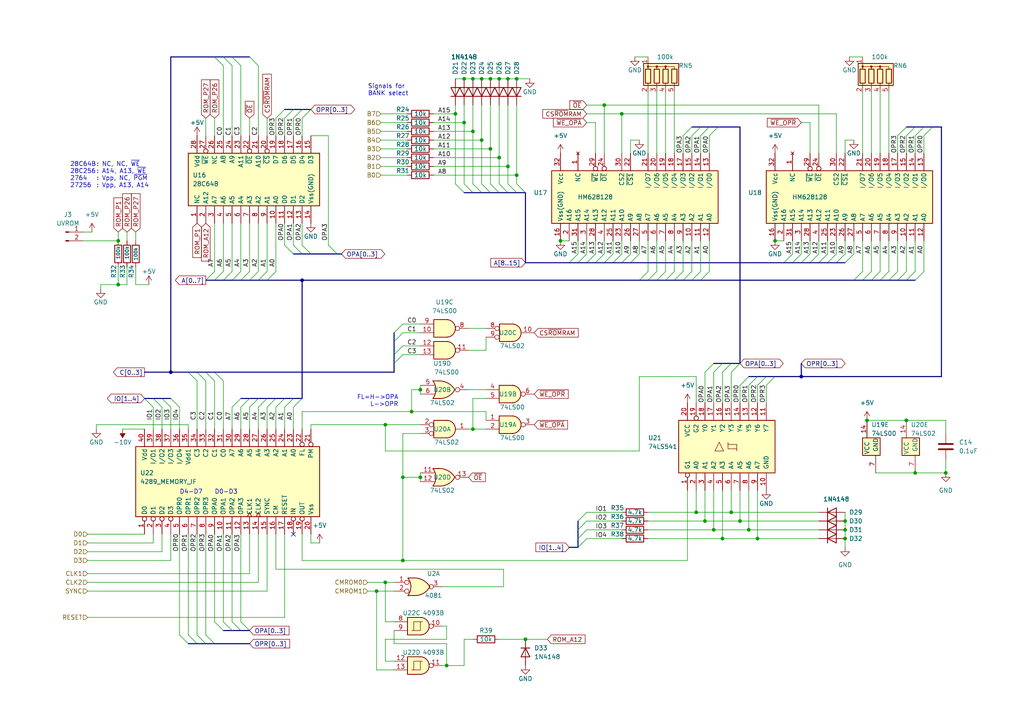
<source format=kicad_sch>
(kicad_sch (version 20230121) (generator eeschema)
  (paper "A4")
  (lib_symbols
    (symbol "000_MyLibrary:1N4148" (pin_numbers hide) (pin_names hide)
      (property "Reference" "D" (at 0 2.54 0))
      (property "Value" "1N4148" (at 0 -2.54 0))
      (symbol "1N4148_1_1"
        (pin passive line (at -3.81 0 0) (length 2.54) (name "K") (number "1"))
        (pin passive line (at 3.81 0 180) (length 2.54) (name "A") (number "2"))
      )
    )
    (symbol "000_MyLibrary:28C64B"
      (property "Reference" "U" (at -7.62 19.05 0))
      (property "Value" "28C64B" (at 1.27 19.05 0))
      (symbol "28C64B_1_1"
        (pin free line (at -12.7 15.24 0) (length 5.08) (name "NC") (number "1"))
        (pin input line (at -12.7 -7.62 0) (length 5.08) (name "A0") (number "10"))
        (pin tri_state line (at -12.7 -10.16 0) (length 5.08) (name "D0") (number "11"))
        (pin tri_state line (at -12.7 -12.7 0) (length 5.08) (name "D1") (number "12"))
        (pin tri_state line (at -12.7 -15.24 0) (length 5.08) (name "D2") (number "13"))
        (pin power_in line (at -12.7 -17.78 0) (length 5.08) (name "Vss(GND)") (number "14"))
        (pin tri_state line (at 12.7 -17.78 180) (length 5.08) (name "D3") (number "15"))
        (pin tri_state line (at 12.7 -15.24 180) (length 5.08) (name "D4") (number "16"))
        (pin tri_state line (at 12.7 -12.7 180) (length 5.08) (name "D5") (number "17"))
        (pin tri_state line (at 12.7 -10.16 180) (length 5.08) (name "D6") (number "18"))
        (pin tri_state line (at 12.7 -7.62 180) (length 5.08) (name "D7") (number "19"))
        (pin input line (at -12.7 12.7 0) (length 5.08) (name "A12") (number "2"))
        (pin input inverted (at 12.7 -5.08 180) (length 5.08) (name "~{CS}") (number "20"))
        (pin input line (at 12.7 -2.54 180) (length 5.08) (name "A10") (number "21"))
        (pin input inverted (at 12.7 0 180) (length 5.08) (name "~{OE}") (number "22"))
        (pin input line (at 12.7 2.54 180) (length 5.08) (name "A11") (number "23"))
        (pin input line (at 12.7 5.08 180) (length 5.08) (name "A9") (number "24"))
        (pin input line (at 12.7 7.62 180) (length 5.08) (name "A8") (number "25"))
        (pin free line (at 12.7 10.16 180) (length 5.08) (name "NC") (number "26"))
        (pin input inverted (at 12.7 12.7 180) (length 5.08) (name "~{WE}") (number "27"))
        (pin power_in line (at 12.7 15.24 180) (length 5.08) (name "Vdd") (number "28"))
        (pin input line (at -12.7 10.16 0) (length 5.08) (name "A7") (number "3"))
        (pin input line (at -12.7 7.62 0) (length 5.08) (name "A6") (number "4"))
        (pin input line (at -12.7 5.08 0) (length 5.08) (name "A5") (number "5"))
        (pin input line (at -12.7 2.54 0) (length 5.08) (name "A4") (number "6"))
        (pin input line (at -12.7 0 0) (length 5.08) (name "A3") (number "7"))
        (pin input line (at -12.7 -2.54 0) (length 5.08) (name "A2") (number "8"))
        (pin input line (at -12.7 -5.08 0) (length 5.08) (name "A1") (number "9"))
      )
    )
    (symbol "000_MyLibrary:4081" (pin_names (offset 1.016))
      (property "Reference" "U" (at 5.08 2.54 0))
      (property "Value" "4081" (at 5.08 0 0))
      (symbol "4081_1_1"
        (pin input line (at -6.35 1.27 0) (length 3.81) (name "~") (number "1"))
        (pin input line (at -6.35 -1.27 0) (length 3.81) (name "~") (number "2"))
        (pin output line (at 7.62 0 180) (length 3.81) (name "~") (number "3"))
      )
      (symbol "4081_1_2"
        (pin input inverted (at -6.35 1.27 0) (length 4.318) (name "~") (number "1"))
        (pin input inverted (at -6.35 -1.27 0) (length 4.318) (name "~") (number "2"))
        (pin output inverted (at 7.62 0 180) (length 3.81) (name "~") (number "3"))
      )
      (symbol "4081_2_1"
        (pin output line (at 7.62 0 180) (length 3.81) (name "~") (number "4"))
        (pin input line (at -6.35 1.27 0) (length 3.81) (name "~") (number "5"))
        (pin input line (at -6.35 -1.27 0) (length 3.81) (name "~") (number "6"))
      )
      (symbol "4081_2_2"
        (pin output inverted (at 7.62 0 180) (length 3.81) (name "~") (number "4"))
        (pin input inverted (at -6.35 1.27 0) (length 4.318) (name "~") (number "5"))
        (pin input inverted (at -6.35 -1.27 0) (length 4.318) (name "~") (number "6"))
      )
      (symbol "4081_3_1"
        (pin output line (at 7.62 0 180) (length 3.81) (name "~") (number "10"))
        (pin input line (at -6.35 1.27 0) (length 3.81) (name "~") (number "8"))
        (pin input line (at -6.35 -1.27 0) (length 3.81) (name "~") (number "9"))
      )
      (symbol "4081_3_2"
        (pin output inverted (at 7.62 0 180) (length 3.81) (name "~") (number "10"))
        (pin input inverted (at -6.35 1.27 0) (length 4.318) (name "~") (number "8"))
        (pin input inverted (at -6.35 -1.27 0) (length 4.318) (name "~") (number "9"))
      )
      (symbol "4081_4_1"
        (pin output line (at 7.62 0 180) (length 3.81) (name "~") (number "11"))
        (pin input line (at -6.35 1.27 0) (length 3.81) (name "~") (number "12"))
        (pin input line (at -6.35 -1.27 0) (length 3.81) (name "~") (number "13"))
      )
      (symbol "4081_4_2"
        (pin output inverted (at 7.62 0 180) (length 3.81) (name "~") (number "11"))
        (pin input inverted (at -6.35 1.27 0) (length 4.318) (name "~") (number "12"))
        (pin input inverted (at -6.35 -1.27 0) (length 4.318) (name "~") (number "13"))
      )
      (symbol "4081_5_0"
        (pin power_in line (at -1.27 8.89 270) (length 5.08) (name "VDD") (number "14"))
        (pin power_in line (at 1.27 -6.35 90) (length 5.08) (name "VSS") (number "7"))
      )
    )
    (symbol "000_MyLibrary:4093B" (pin_names (offset 1.016))
      (property "Reference" "U" (at -1.27 6.35 0))
      (property "Value" "4093B" (at 1.27 3.81 0))
      (symbol "4093B_1_1"
        (pin input line (at -7.62 1.27 0) (length 3.81) (name "~") (number "1"))
        (pin input line (at -7.62 -1.27 0) (length 3.81) (name "~") (number "2"))
        (pin output inverted (at 6.35 0 180) (length 3.81) (name "~") (number "3"))
      )
      (symbol "4093B_1_2"
        (pin input inverted (at -7.62 1.27 0) (length 4.318) (name "~") (number "1"))
        (pin input inverted (at -7.62 -1.27 0) (length 4.318) (name "~") (number "2"))
        (pin output line (at 6.35 0 180) (length 3.81) (name "~") (number "3"))
      )
      (symbol "4093B_2_1"
        (pin output inverted (at 6.35 0 180) (length 3.81) (name "~") (number "4"))
        (pin input line (at -7.62 1.27 0) (length 3.81) (name "~") (number "5"))
        (pin input line (at -7.62 -1.27 0) (length 3.81) (name "~") (number "6"))
      )
      (symbol "4093B_2_2"
        (pin output line (at 6.35 0 180) (length 3.81) (name "~") (number "4"))
        (pin input inverted (at -7.62 1.27 0) (length 4.318) (name "~") (number "5"))
        (pin input inverted (at -7.62 -1.27 0) (length 4.318) (name "~") (number "6"))
      )
      (symbol "4093B_3_1"
        (pin output inverted (at 6.35 0 180) (length 3.81) (name "~") (number "10"))
        (pin input line (at -7.62 1.27 0) (length 3.81) (name "~") (number "8"))
        (pin input line (at -7.62 -1.27 0) (length 3.81) (name "~") (number "9"))
      )
      (symbol "4093B_3_2"
        (pin output line (at 6.35 0 180) (length 3.81) (name "~") (number "10"))
        (pin input inverted (at -7.62 1.27 0) (length 4.318) (name "~") (number "8"))
        (pin input inverted (at -7.62 -1.27 0) (length 4.318) (name "~") (number "9"))
      )
      (symbol "4093B_4_1"
        (pin output inverted (at 6.35 0 180) (length 3.81) (name "~") (number "11"))
        (pin input line (at -7.62 1.27 0) (length 3.81) (name "~") (number "12"))
        (pin input line (at -7.62 -1.27 0) (length 3.81) (name "~") (number "13"))
      )
      (symbol "4093B_4_2"
        (pin output line (at 6.35 0 180) (length 3.81) (name "~") (number "11"))
        (pin input inverted (at -7.62 1.27 0) (length 4.318) (name "~") (number "12"))
        (pin input inverted (at -7.62 -1.27 0) (length 4.318) (name "~") (number "13"))
      )
      (symbol "4093B_5_0"
        (pin power_in line (at -1.27 7.62 270) (length 5.08) (name "Vdd") (number "14"))
        (pin power_in line (at 1.27 -7.62 90) (length 5.08) (name "Vss") (number "7"))
      )
    )
    (symbol "000_MyLibrary:4289_MEMORY_IF"
      (property "Reference" "U" (at -7.62 30.48 0))
      (property "Value" "4289_MEMORY_IF" (at 7.62 27.94 0))
      (symbol "4289_MEMORY_IF_1_1"
        (pin bidirectional inverted (at -15.24 24.13 0) (length 5.08) (name "D0") (number "1"))
        (pin input line (at -15.24 1.27 0) (length 5.08) (name "OPA1") (number "10"))
        (pin input line (at -15.24 -1.27 0) (length 5.08) (name "OPA2") (number "11"))
        (pin input line (at -15.24 -3.81 0) (length 5.08) (name "OPA3") (number "12"))
        (pin input clock (at -15.24 -6.35 0) (length 5.08) (name "CLK1") (number "13"))
        (pin input clock (at -15.24 -8.89 0) (length 5.08) (name "CLK2") (number "14"))
        (pin input line (at -15.24 -11.43 0) (length 5.08) (name "SYNC") (number "15"))
        (pin input line (at -15.24 -13.97 0) (length 5.08) (name "CM") (number "16"))
        (pin input line (at -15.24 -16.51 0) (length 5.08) (name "RESET") (number "17"))
        (pin output inverted (at -15.24 -19.05 0) (length 5.08) (name "IN") (number "18"))
        (pin output inverted (at -15.24 -21.59 0) (length 5.08) (name "OUT") (number "19"))
        (pin bidirectional inverted (at -15.24 21.59 0) (length 5.08) (name "D1") (number "2"))
        (pin power_in line (at -15.24 -24.13 0) (length 5.08) (name "Vss") (number "20"))
        (pin output inverted (at 15.24 -24.13 180) (length 5.08) (name "PM") (number "21"))
        (pin output inverted (at 15.24 -21.59 180) (length 5.08) (name "FL") (number "22"))
        (pin output line (at 15.24 -19.05 180) (length 5.08) (name "A0") (number "23"))
        (pin output line (at 15.24 -16.51 180) (length 5.08) (name "A1") (number "24"))
        (pin output line (at 15.24 -13.97 180) (length 5.08) (name "A2") (number "25"))
        (pin output line (at 15.24 -11.43 180) (length 5.08) (name "A3") (number "26"))
        (pin output line (at 15.24 -8.89 180) (length 5.08) (name "A4") (number "27"))
        (pin output line (at 15.24 -6.35 180) (length 5.08) (name "A5") (number "28"))
        (pin output line (at 15.24 -3.81 180) (length 5.08) (name "A6") (number "29"))
        (pin bidirectional inverted (at -15.24 19.05 0) (length 5.08) (name "D2") (number "3"))
        (pin output line (at 15.24 -1.27 180) (length 5.08) (name "A7") (number "30"))
        (pin output line (at 15.24 1.27 180) (length 5.08) (name "C0") (number "31"))
        (pin output line (at 15.24 3.81 180) (length 5.08) (name "C1") (number "32"))
        (pin output line (at 15.24 6.35 180) (length 5.08) (name "C2") (number "33"))
        (pin output line (at 15.24 8.89 180) (length 5.08) (name "C3") (number "34"))
        (pin power_in line (at 15.24 11.43 180) (length 5.08) (name "Vdd1") (number "35"))
        (pin bidirectional line (at 15.24 13.97 180) (length 5.08) (name "I/O4") (number "36"))
        (pin bidirectional line (at 15.24 16.51 180) (length 5.08) (name "I/O3") (number "37"))
        (pin bidirectional line (at 15.24 19.05 180) (length 5.08) (name "I/O2") (number "38"))
        (pin bidirectional line (at 15.24 21.59 180) (length 5.08) (name "I/O1") (number "39"))
        (pin bidirectional inverted (at -15.24 16.51 0) (length 5.08) (name "D3") (number "4"))
        (pin power_in line (at 15.24 24.13 180) (length 5.08) (name "Vdd") (number "40"))
        (pin input line (at -15.24 13.97 0) (length 5.08) (name "OPR0") (number "5"))
        (pin input line (at -15.24 11.43 0) (length 5.08) (name "OPR1") (number "6"))
        (pin input line (at -15.24 8.89 0) (length 5.08) (name "OPR2") (number "7"))
        (pin input line (at -15.24 6.35 0) (length 5.08) (name "OPR3") (number "8"))
        (pin input line (at -15.24 3.81 0) (length 5.08) (name "OPA0") (number "9"))
      )
    )
    (symbol "000_MyLibrary:74LS00" (pin_names (offset 1.016))
      (property "Reference" "U" (at -1.27 6.35 0))
      (property "Value" "74LS00" (at 1.27 3.81 0))
      (symbol "74LS00_1_1"
        (pin input line (at -7.62 1.27 0) (length 3.81) (name "~") (number "1"))
        (pin input line (at -7.62 -1.27 0) (length 3.81) (name "~") (number "2"))
        (pin output inverted (at 6.35 0 180) (length 3.81) (name "~") (number "3"))
      )
      (symbol "74LS00_1_2"
        (pin input inverted (at -7.62 1.27 0) (length 4.318) (name "~") (number "1"))
        (pin input inverted (at -7.62 -1.27 0) (length 4.318) (name "~") (number "2"))
        (pin output line (at 6.35 0 180) (length 3.81) (name "~") (number "3"))
      )
      (symbol "74LS00_2_1"
        (pin input line (at -7.62 1.27 0) (length 3.81) (name "~") (number "4"))
        (pin input line (at -7.62 -1.27 0) (length 3.81) (name "~") (number "5"))
        (pin output inverted (at 6.35 0 180) (length 3.81) (name "~") (number "6"))
      )
      (symbol "74LS00_2_2"
        (pin input inverted (at -7.62 1.27 0) (length 4.318) (name "~") (number "4"))
        (pin input inverted (at -7.62 -1.27 0) (length 4.318) (name "~") (number "5"))
        (pin output line (at 6.35 0 180) (length 3.81) (name "~") (number "6"))
      )
      (symbol "74LS00_3_1"
        (pin input line (at -7.62 -1.27 0) (length 3.81) (name "~") (number "10"))
        (pin output inverted (at 6.35 0 180) (length 3.81) (name "~") (number "8"))
        (pin input line (at -7.62 1.27 0) (length 3.81) (name "~") (number "9"))
      )
      (symbol "74LS00_3_2"
        (pin input inverted (at -7.62 -1.27 0) (length 4.318) (name "~") (number "10"))
        (pin output line (at 6.35 0 180) (length 3.81) (name "~") (number "8"))
        (pin input inverted (at -7.62 1.27 0) (length 4.318) (name "~") (number "9"))
      )
      (symbol "74LS00_4_1"
        (pin output inverted (at 6.35 0 180) (length 3.81) (name "~") (number "11"))
        (pin input line (at -7.62 1.27 0) (length 3.81) (name "~") (number "12"))
        (pin input line (at -7.62 -1.27 0) (length 3.81) (name "~") (number "13"))
      )
      (symbol "74LS00_4_2"
        (pin output line (at 6.35 0 180) (length 3.81) (name "~") (number "11"))
        (pin input inverted (at -7.62 1.27 0) (length 4.318) (name "~") (number "12"))
        (pin input inverted (at -7.62 -1.27 0) (length 4.318) (name "~") (number "13"))
      )
      (symbol "74LS00_5_0"
        (pin power_in line (at -1.27 7.62 270) (length 5.08) (name "VCC") (number "14"))
        (pin power_in line (at 1.27 -7.62 90) (length 5.08) (name "GND") (number "7"))
      )
    )
    (symbol "000_MyLibrary:74LS02" (pin_names (offset 1.016))
      (property "Reference" "U" (at 0 6.35 0))
      (property "Value" "74LS02" (at 2.54 3.81 0))
      (symbol "74LS02_1_1"
        (pin output inverted (at 6.35 0 180) (length 3.81) (name "~") (number "1"))
        (pin input line (at -7.62 1.27 0) (length 4.318) (name "~") (number "2"))
        (pin input line (at -7.62 -1.27 0) (length 4.318) (name "~") (number "3"))
      )
      (symbol "74LS02_1_2"
        (pin output line (at 6.35 0 180) (length 3.81) (name "~") (number "1"))
        (pin input inverted (at -7.62 1.27 0) (length 3.81) (name "~") (number "2"))
        (pin input inverted (at -7.62 -1.27 0) (length 3.81) (name "~") (number "3"))
      )
      (symbol "74LS02_2_1"
        (pin output inverted (at 6.35 0 180) (length 3.81) (name "~") (number "4"))
        (pin input line (at -7.62 1.27 0) (length 4.318) (name "~") (number "5"))
        (pin input line (at -7.62 -1.27 0) (length 4.318) (name "~") (number "6"))
      )
      (symbol "74LS02_2_2"
        (pin output line (at 6.35 0 180) (length 3.81) (name "~") (number "4"))
        (pin input inverted (at -7.62 1.27 0) (length 3.81) (name "~") (number "5"))
        (pin input inverted (at -7.62 -1.27 0) (length 3.81) (name "~") (number "6"))
      )
      (symbol "74LS02_3_1"
        (pin output inverted (at 6.35 0 180) (length 3.81) (name "~") (number "10"))
        (pin input line (at -7.62 1.27 0) (length 4.318) (name "~") (number "8"))
        (pin input line (at -7.62 -1.27 0) (length 4.318) (name "~") (number "9"))
      )
      (symbol "74LS02_3_2"
        (pin output line (at 6.35 0 180) (length 3.81) (name "~") (number "10"))
        (pin input inverted (at -7.62 1.27 0) (length 3.81) (name "~") (number "8"))
        (pin input inverted (at -7.62 -1.27 0) (length 3.81) (name "~") (number "9"))
      )
      (symbol "74LS02_4_1"
        (pin input line (at -7.62 1.27 0) (length 4.318) (name "~") (number "11"))
        (pin input line (at -7.62 -1.27 0) (length 4.318) (name "~") (number "12"))
        (pin output inverted (at 6.35 0 180) (length 3.81) (name "~") (number "13"))
      )
      (symbol "74LS02_4_2"
        (pin input inverted (at -7.62 1.27 0) (length 3.81) (name "~") (number "11"))
        (pin input inverted (at -7.62 -1.27 0) (length 3.81) (name "~") (number "12"))
        (pin output line (at 6.35 0 180) (length 3.81) (name "~") (number "13"))
      )
      (symbol "74LS02_5_0"
        (pin power_in line (at -1.27 7.62 270) (length 5.08) (name "VCC") (number "14"))
        (pin power_in line (at 1.27 -7.62 90) (length 5.08) (name "GND") (number "7"))
      )
    )
    (symbol "000_MyLibrary:74LS541" (pin_names (offset 1.016))
      (property "Reference" "U" (at -7.62 15.24 0))
      (property "Value" "74LS541" (at 3.81 15.24 0))
      (symbol "74LS541_1_0"
        (pin input inverted (at -12.7 11.43 0) (length 5.08) (name "G1") (number "1"))
        (pin power_in line (at -12.7 -11.43 0) (length 5.08) (name "GND") (number "10"))
        (pin tri_state line (at 12.7 -11.43 180) (length 5.08) (name "Y7") (number "11"))
        (pin tri_state line (at 12.7 -8.89 180) (length 5.08) (name "Y6") (number "12"))
        (pin tri_state line (at 12.7 -6.35 180) (length 5.08) (name "Y5") (number "13"))
        (pin tri_state line (at 12.7 -3.81 180) (length 5.08) (name "Y4") (number "14"))
        (pin tri_state line (at 12.7 -1.27 180) (length 5.08) (name "Y3") (number "15"))
        (pin tri_state line (at 12.7 1.27 180) (length 5.08) (name "Y2") (number "16"))
        (pin tri_state line (at 12.7 3.81 180) (length 5.08) (name "Y1") (number "17"))
        (pin tri_state line (at 12.7 6.35 180) (length 5.08) (name "Y0") (number "18"))
        (pin input inverted (at 12.7 8.89 180) (length 5.08) (name "G2") (number "19"))
        (pin input line (at -12.7 8.89 0) (length 5.08) (name "A0") (number "2"))
        (pin power_in line (at 12.7 11.43 180) (length 5.08) (name "VCC") (number "20"))
        (pin input line (at -12.7 6.35 0) (length 5.08) (name "A1") (number "3"))
        (pin input line (at -12.7 3.81 0) (length 5.08) (name "A2") (number "4"))
        (pin input line (at -12.7 1.27 0) (length 5.08) (name "A3") (number "5"))
        (pin input line (at -12.7 -1.27 0) (length 5.08) (name "A4") (number "6"))
        (pin input line (at -12.7 -3.81 0) (length 5.08) (name "A5") (number "7"))
        (pin input line (at -12.7 -6.35 0) (length 5.08) (name "A6") (number "8"))
        (pin input line (at -12.7 -8.89 0) (length 5.08) (name "A7") (number "9"))
      )
    )
    (symbol "000_MyLibrary:C" (pin_numbers hide) (pin_names (offset 0.254))
      (property "Reference" "C" (at 0.635 2.54 0))
      (property "Value" "C" (at 0.635 -2.54 0))
      (symbol "C_1_1"
        (pin passive line (at 0 3.81 270) (length 2.794) (name "~") (number "1"))
        (pin passive line (at 0 -3.81 90) (length 2.794) (name "~") (number "2"))
      )
    )
    (symbol "000_MyLibrary:Conn_01x02_Male" (pin_names (offset 1.016) hide)
      (property "Reference" "J" (at 0 2.54 0))
      (property "Value" "Conn_01x02_Male" (at 0 -5.08 0))
      (symbol "Conn_01x02_Male_1_1"
        (pin passive line (at 5.08 0 180) (length 3.81) (name "Pin_1") (number "1"))
        (pin passive line (at 5.08 -2.54 180) (length 3.81) (name "Pin_2") (number "2"))
      )
    )
    (symbol "000_MyLibrary:HM628128_logical"
      (property "Reference" "U" (at -6.35 26.67 0))
      (property "Value" "HM628128" (at -5.08 24.13 0))
      (symbol "HM628128_logical_1_1"
        (pin no_connect line (at 12.7 15.24 180) (length 5.08) (name "NC") (number "1"))
        (pin input line (at -12.7 -17.78 0) (length 5.08) (name "A2") (number "10"))
        (pin input line (at -12.7 -20.32 0) (length 5.08) (name "A1") (number "11"))
        (pin input line (at -12.7 -22.86 0) (length 5.08) (name "A0") (number "12"))
        (pin tri_state line (at 12.7 -22.86 180) (length 5.08) (name "I/O0") (number "13"))
        (pin tri_state line (at 12.7 -20.32 180) (length 5.08) (name "I/O1") (number "14"))
        (pin tri_state line (at 12.7 -17.78 180) (length 5.08) (name "I/O2") (number "15"))
        (pin power_in line (at -12.7 20.32 0) (length 5.08) (name "Vss(GND)") (number "16"))
        (pin tri_state line (at 12.7 -15.24 180) (length 5.08) (name "I/O3") (number "17"))
        (pin tri_state line (at 12.7 -12.7 180) (length 5.08) (name "I/O4") (number "18"))
        (pin tri_state line (at 12.7 -10.16 180) (length 5.08) (name "I/O5") (number "19"))
        (pin input line (at -12.7 17.78 0) (length 5.08) (name "A16") (number "2"))
        (pin tri_state line (at 12.7 -7.62 180) (length 5.08) (name "I/O6") (number "20"))
        (pin tri_state line (at 12.7 -5.08 180) (length 5.08) (name "I/O7") (number "21"))
        (pin input line (at 12.7 0 180) (length 5.08) (name "~{CS1}") (number "22"))
        (pin input line (at -12.7 2.54 0) (length 5.08) (name "A10") (number "23"))
        (pin input inverted (at 12.7 7.62 180) (length 5.08) (name "~{OE}") (number "24"))
        (pin input line (at -12.7 5.08 0) (length 5.08) (name "A11") (number "25"))
        (pin input line (at -12.7 0 0) (length 5.08) (name "A9") (number "26"))
        (pin input line (at -12.7 -2.54 0) (length 5.08) (name "A8") (number "27"))
        (pin input line (at -12.7 10.16 0) (length 5.08) (name "A13") (number "28"))
        (pin input inverted (at 12.7 10.16 180) (length 5.08) (name "~{WE}") (number "29"))
        (pin input line (at -12.7 12.7 0) (length 5.08) (name "A14") (number "3"))
        (pin input line (at 12.7 2.54 180) (length 5.08) (name "CS2") (number "30"))
        (pin input line (at -12.7 15.24 0) (length 5.08) (name "A15") (number "31"))
        (pin power_in line (at 12.7 20.32 180) (length 5.08) (name "Vcc") (number "32"))
        (pin input line (at -12.7 7.62 0) (length 5.08) (name "A12") (number "4"))
        (pin input line (at -12.7 -5.08 0) (length 5.08) (name "A7") (number "5"))
        (pin input line (at -12.7 -7.62 0) (length 5.08) (name "A6") (number "6"))
        (pin input line (at -12.7 -10.16 0) (length 5.08) (name "A5") (number "7"))
        (pin input line (at -12.7 -12.7 0) (length 5.08) (name "A4") (number "8"))
        (pin input line (at -12.7 -15.24 0) (length 5.08) (name "A3") (number "9"))
      )
    )
    (symbol "000_MyLibrary:R" (pin_numbers hide) (pin_names (offset 0))
      (property "Reference" "R" (at 2.032 0 90))
      (property "Value" "R" (at 0 0 90))
      (symbol "R_1_1"
        (pin passive line (at 0 3.81 270) (length 1.27) (name "~") (number "1"))
        (pin passive line (at 0 -3.81 90) (length 1.27) (name "~") (number "2"))
      )
    )
    (symbol "000_MyLibrary:R_Network04" (pin_names (offset 0) hide)
      (property "Reference" "RN" (at -7.62 0 90))
      (property "Value" "R_Network04" (at 5.08 0 90))
      (symbol "R_Network04_1_1"
        (pin passive line (at -5.08 5.08 270) (length 2.54) (name "common") (number "1"))
        (pin passive line (at -5.08 -5.08 90) (length 1.27) (name "R1") (number "2"))
        (pin passive line (at -2.54 -5.08 90) (length 1.27) (name "R2") (number "3"))
        (pin passive line (at 0 -5.08 90) (length 1.27) (name "R3") (number "4"))
        (pin passive line (at 2.54 -5.08 90) (length 1.27) (name "R4") (number "5"))
      )
    )
    (symbol "power:+5V" (power) (pin_names (offset 0))
      (property "Value" "+5V" (at 0 3.556 0))
      (symbol "+5V_1_1"
        (pin power_in line (at 0 0 90) (length 0) hide (name "+5V") (number "1"))
      )
    )
    (symbol "power:-10V" (power) (pin_names (offset 0))
      (property "Value" "-10V" (at 0 3.81 0))
      (symbol "-10V_0_0"
        (pin power_in line (at 0 0 90) (length 0) hide (name "-10V") (number "1"))
      )
    )
    (symbol "power:GND" (power) (pin_names (offset 0))
      (property "Value" "GND" (at 0 -3.81 0))
      (symbol "GND_1_1"
        (pin power_in line (at 0 0 270) (length 0) hide (name "GND") (number "1"))
      )
    )
  )
  (junction (at 149.86 50.8))
  (junction (at 137.16 38.1))
  (junction (at 111.76 168.91))
  (junction (at 121.92 113.03))
  (junction (at 147.32 48.26))
  (junction (at 245.11 151.13))
  (junction (at 245.11 153.67))
  (junction (at 162.56 69.85))
  (junction (at 224.79 69.85))
  (junction (at 207.01 153.67))
  (junction (at 251.46 121.92))
  (junction (at 111.76 123.19))
  (junction (at 49.53 107.95))
  (junction (at 87.63 81.28))
  (junction (at 139.7 40.64))
  (junction (at 137.16 124.46))
  (junction (at 144.78 22.86))
  (junction (at 137.16 22.86))
  (junction (at 217.17 153.67))
  (junction (at 265.43 137.16))
  (junction (at 134.62 35.56))
  (junction (at 119.38 119.38))
  (junction (at 219.71 156.21))
  (junction (at 214.63 151.13))
  (junction (at 232.41 109.22))
  (junction (at 34.29 82.55))
  (junction (at 121.92 138.43))
  (junction (at 245.11 156.21))
  (junction (at 149.86 22.86))
  (junction (at 175.26 30.48))
  (junction (at 116.84 162.56))
  (junction (at 142.24 22.86))
  (junction (at 144.78 45.72))
  (junction (at 201.93 148.59))
  (junction (at 132.08 33.02))
  (junction (at 129.54 193.04))
  (junction (at 142.24 43.18))
  (junction (at 274.32 137.16))
  (junction (at 109.22 171.45))
  (junction (at 204.47 151.13))
  (junction (at 34.29 69.85))
  (junction (at 139.7 22.86))
  (junction (at 134.62 22.86))
  (junction (at 212.09 148.59))
  (junction (at 262.89 121.92))
  (junction (at 116.84 138.43))
  (junction (at 180.34 33.02))
  (junction (at 147.32 22.86))
  (junction (at 152.4 185.42))
  (junction (at 209.55 156.21))
  (no_connect (at 85.09 154.94))
  (bus_entry (at 172.72 76.2) (size 2.54 -2.54))
  (bus_entry (at 144.78 53.34) (size 2.54 2.54))
  (bus_entry (at 52.07 184.15) (size 2.54 2.54))
  (bus_entry (at 57.15 184.15) (size 2.54 2.54))
  (bus_entry (at 97.79 73.66) (size -2.54 -2.54))
  (bus_entry (at 49.53 118.11) (size -2.54 -2.54))
  (bus_entry (at 62.23 180.34) (size 2.54 2.54))
  (bus_entry (at 167.64 76.2) (size 2.54 -2.54))
  (bus_entry (at 67.31 180.34) (size 2.54 2.54))
  (bus_entry (at 87.63 71.12) (size 2.54 2.54))
  (bus_entry (at 85.09 118.11) (size 2.54 -2.54))
  (bus_entry (at 262.89 81.28) (size 2.54 -2.54))
  (bus_entry (at 59.69 184.15) (size 2.54 2.54))
  (bus_entry (at 175.26 76.2) (size 2.54 -2.54))
  (bus_entry (at 80.01 118.11) (size 2.54 -2.54))
  (bus_entry (at 203.2 39.37) (size 2.54 -2.54))
  (bus_entry (at 82.55 118.11) (size 2.54 -2.54))
  (bus_entry (at 142.24 53.34) (size 2.54 2.54))
  (bus_entry (at 255.27 81.28) (size 2.54 -2.54))
  (bus_entry (at 242.57 76.2) (size 2.54 -2.54))
  (bus_entry (at 240.03 76.2) (size 2.54 -2.54))
  (bus_entry (at 217.17 111.76) (size 2.54 -2.54))
  (bus_entry (at 149.86 53.34) (size 2.54 2.54))
  (bus_entry (at 232.41 76.2) (size 2.54 -2.54))
  (bus_entry (at 180.34 76.2) (size 2.54 -2.54))
  (bus_entry (at 72.39 118.11) (size 2.54 -2.54))
  (bus_entry (at 44.45 118.11) (size -2.54 -2.54))
  (bus_entry (at 229.87 76.2) (size 2.54 -2.54))
  (bus_entry (at 200.66 39.37) (size 2.54 -2.54))
  (bus_entry (at 260.35 81.28) (size 2.54 -2.54))
  (bus_entry (at 114.3 99.06) (size 2.54 -2.54))
  (bus_entry (at 182.88 76.2) (size 2.54 -2.54))
  (bus_entry (at 190.5 81.28) (size 2.54 -2.54))
  (bus_entry (at 227.33 76.2) (size 2.54 -2.54))
  (bus_entry (at 132.08 53.34) (size 2.54 2.54))
  (bus_entry (at 267.97 39.37) (size 2.54 -2.54))
  (bus_entry (at 67.31 78.74) (size -2.54 2.54))
  (bus_entry (at 64.77 110.49) (size -2.54 -2.54))
  (bus_entry (at 69.85 118.11) (size 2.54 -2.54))
  (bus_entry (at 170.18 76.2) (size 2.54 -2.54))
  (bus_entry (at 204.47 107.95) (size 2.54 -2.54))
  (bus_entry (at 80.01 34.29) (size 2.54 -2.54))
  (bus_entry (at 74.93 78.74) (size -2.54 2.54))
  (bus_entry (at 250.19 81.28) (size 2.54 -2.54))
  (bus_entry (at 198.12 39.37) (size 2.54 -2.54))
  (bus_entry (at 85.09 71.12) (size 2.54 2.54))
  (bus_entry (at 193.04 81.28) (size 2.54 -2.54))
  (bus_entry (at 167.64 156.21) (size 2.54 -2.54))
  (bus_entry (at 212.09 107.95) (size 2.54 -2.54))
  (bus_entry (at 82.55 71.12) (size 2.54 2.54))
  (bus_entry (at 262.89 39.37) (size 2.54 -2.54))
  (bus_entry (at 200.66 81.28) (size 2.54 -2.54))
  (bus_entry (at 67.31 118.11) (size 2.54 -2.54))
  (bus_entry (at 114.3 96.52) (size 2.54 -2.54))
  (bus_entry (at 54.61 184.15) (size 2.54 2.54))
  (bus_entry (at 260.35 39.37) (size 2.54 -2.54))
  (bus_entry (at 187.96 81.28) (size 2.54 -2.54))
  (bus_entry (at 57.15 110.49) (size -2.54 -2.54))
  (bus_entry (at 62.23 78.74) (size -2.54 2.54))
  (bus_entry (at 85.09 34.29) (size 2.54 -2.54))
  (bus_entry (at 177.8 76.2) (size 2.54 -2.54))
  (bus_entry (at 237.49 76.2) (size 2.54 -2.54))
  (bus_entry (at 219.71 111.76) (size 2.54 -2.54))
  (bus_entry (at 62.23 110.49) (size -2.54 -2.54))
  (bus_entry (at 265.43 39.37) (size 2.54 -2.54))
  (bus_entry (at 82.55 34.29) (size 2.54 -2.54))
  (bus_entry (at 165.1 76.2) (size 2.54 -2.54))
  (bus_entry (at 209.55 107.95) (size 2.54 -2.54))
  (bus_entry (at 134.62 53.34) (size 2.54 2.54))
  (bus_entry (at 62.23 16.51) (size 2.54 2.54))
  (bus_entry (at 195.58 81.28) (size 2.54 -2.54))
  (bus_entry (at 147.32 53.34) (size 2.54 2.54))
  (bus_entry (at 77.47 118.11) (size 2.54 -2.54))
  (bus_entry (at 72.39 16.51) (size 2.54 2.54))
  (bus_entry (at 247.65 81.28) (size 2.54 -2.54))
  (bus_entry (at 203.2 81.28) (size 2.54 -2.54))
  (bus_entry (at 139.7 53.34) (size 2.54 2.54))
  (bus_entry (at 245.11 76.2) (size 2.54 -2.54))
  (bus_entry (at 74.93 118.11) (size 2.54 -2.54))
  (bus_entry (at 167.64 151.13) (size 2.54 -2.54))
  (bus_entry (at 59.69 110.49) (size -2.54 -2.54))
  (bus_entry (at 234.95 76.2) (size 2.54 -2.54))
  (bus_entry (at 257.81 81.28) (size 2.54 -2.54))
  (bus_entry (at 185.42 81.28) (size 2.54 -2.54))
  (bus_entry (at 69.85 180.34) (size 2.54 2.54))
  (bus_entry (at 67.31 16.51) (size 2.54 2.54))
  (bus_entry (at 77.47 78.74) (size -2.54 2.54))
  (bus_entry (at 69.85 78.74) (size -2.54 2.54))
  (bus_entry (at 198.12 81.28) (size 2.54 -2.54))
  (bus_entry (at 64.77 78.74) (size -2.54 2.54))
  (bus_entry (at 252.73 81.28) (size 2.54 -2.54))
  (bus_entry (at 64.77 16.51) (size 2.54 2.54))
  (bus_entry (at 205.74 39.37) (size 2.54 -2.54))
  (bus_entry (at 114.3 102.87) (size 2.54 -2.54))
  (bus_entry (at 114.3 105.41) (size 2.54 -2.54))
  (bus_entry (at 222.25 111.76) (size 2.54 -2.54))
  (bus_entry (at 52.07 118.11) (size -2.54 -2.54))
  (bus_entry (at 87.63 34.29) (size 2.54 -2.54))
  (bus_entry (at 265.43 81.28) (size 2.54 -2.54))
  (bus_entry (at 167.64 158.75) (size 2.54 -2.54))
  (bus_entry (at 214.63 111.76) (size 2.54 -2.54))
  (bus_entry (at 64.77 180.34) (size 2.54 2.54))
  (bus_entry (at 137.16 53.34) (size 2.54 2.54))
  (bus_entry (at 207.01 107.95) (size 2.54 -2.54))
  (bus_entry (at 80.01 78.74) (size -2.54 2.54))
  (bus_entry (at 46.99 118.11) (size -2.54 -2.54))
  (bus_entry (at 167.64 153.67) (size 2.54 -2.54))
  (bus_entry (at 72.39 78.74) (size -2.54 2.54))
  (bus (pts (xy 54.61 107.95) (xy 49.53 107.95)))
  (wire (pts (xy 204.47 142.24) (xy 204.47 151.13)))
  (bus (pts (xy 134.62 55.88) (xy 137.16 55.88)))
  (bus (pts (xy 144.78 55.88) (xy 147.32 55.88)))
  (wire (pts (xy 67.31 64.77) (xy 67.31 78.74)))
  (wire (pts (xy 262.89 69.85) (xy 262.89 78.74)))
  (wire (pts (xy 177.8 69.85) (xy 177.8 73.66)))
  (bus (pts (xy 97.79 73.66) (xy 99.06 73.66)))
  (wire (pts (xy 69.85 19.05) (xy 69.85 39.37)))
  (wire (pts (xy 114.3 180.34) (xy 111.76 180.34)))
  (wire (pts (xy 234.95 35.56) (xy 234.95 44.45)))
  (wire (pts (xy 214.63 142.24) (xy 214.63 151.13)))
  (bus (pts (xy 57.15 107.95) (xy 54.61 107.95)))
  (wire (pts (xy 140.97 115.57) (xy 137.16 115.57)))
  (wire (pts (xy 217.17 153.67) (xy 237.49 153.67)))
  (wire (pts (xy 110.49 50.8) (xy 118.11 50.8)))
  (wire (pts (xy 245.11 151.13) (xy 245.11 153.67)))
  (bus (pts (xy 87.63 115.57) (xy 85.09 115.57)))
  (bus (pts (xy 85.09 73.66) (xy 87.63 73.66)))
  (wire (pts (xy 29.21 82.55) (xy 34.29 82.55)))
  (wire (pts (xy 132.08 22.86) (xy 134.62 22.86)))
  (wire (pts (xy 185.42 130.81) (xy 111.76 130.81)))
  (wire (pts (xy 149.86 50.8) (xy 149.86 53.34)))
  (bus (pts (xy 200.66 81.28) (xy 203.2 81.28)))
  (wire (pts (xy 232.41 69.85) (xy 232.41 73.66)))
  (bus (pts (xy 260.35 81.28) (xy 262.89 81.28)))
  (wire (pts (xy 142.24 22.86) (xy 144.78 22.86)))
  (wire (pts (xy 207.01 153.67) (xy 217.17 153.67)))
  (bus (pts (xy 77.47 115.57) (xy 74.93 115.57)))
  (wire (pts (xy 85.09 118.11) (xy 85.09 124.46)))
  (wire (pts (xy 62.23 154.94) (xy 62.23 180.34)))
  (wire (pts (xy 64.77 19.05) (xy 64.77 39.37)))
  (bus (pts (xy 49.53 16.51) (xy 49.53 107.95)))
  (bus (pts (xy 262.89 36.83) (xy 265.43 36.83)))
  (wire (pts (xy 62.23 34.29) (xy 62.23 39.37)))
  (wire (pts (xy 149.86 22.86) (xy 153.67 22.86)))
  (wire (pts (xy 57.15 110.49) (xy 57.15 124.46)))
  (bus (pts (xy 87.63 81.28) (xy 185.42 81.28)))
  (wire (pts (xy 80.01 118.11) (xy 80.01 124.46)))
  (wire (pts (xy 201.93 148.59) (xy 212.09 148.59)))
  (wire (pts (xy 170.18 148.59) (xy 180.34 148.59)))
  (wire (pts (xy 203.2 39.37) (xy 203.2 44.45)))
  (wire (pts (xy 257.81 69.85) (xy 257.81 78.74)))
  (wire (pts (xy 201.93 109.22) (xy 201.93 116.84)))
  (wire (pts (xy 80.01 165.1) (xy 146.05 165.1)))
  (wire (pts (xy 144.78 30.48) (xy 144.78 45.72)))
  (wire (pts (xy 87.63 64.77) (xy 87.63 71.12)))
  (wire (pts (xy 62.23 110.49) (xy 62.23 124.46)))
  (wire (pts (xy 175.26 69.85) (xy 175.26 73.66)))
  (bus (pts (xy 72.39 115.57) (xy 69.85 115.57)))
  (wire (pts (xy 72.39 64.77) (xy 72.39 78.74)))
  (wire (pts (xy 59.69 34.29) (xy 59.69 39.37)))
  (wire (pts (xy 135.89 124.46) (xy 137.16 124.46)))
  (wire (pts (xy 39.37 77.47) (xy 39.37 82.55)))
  (wire (pts (xy 80.01 64.77) (xy 80.01 78.74)))
  (wire (pts (xy 34.29 67.31) (xy 34.29 69.85)))
  (bus (pts (xy 67.31 182.88) (xy 69.85 182.88)))
  (wire (pts (xy 254 137.16) (xy 265.43 137.16)))
  (bus (pts (xy 46.99 115.57) (xy 44.45 115.57)))
  (wire (pts (xy 193.04 26.67) (xy 193.04 44.45)))
  (wire (pts (xy 170.18 30.48) (xy 175.26 30.48)))
  (wire (pts (xy 137.16 30.48) (xy 137.16 38.1)))
  (bus (pts (xy 142.24 55.88) (xy 144.78 55.88)))
  (wire (pts (xy 52.07 118.11) (xy 52.07 124.46)))
  (wire (pts (xy 245.11 44.45) (xy 245.11 40.64)))
  (bus (pts (xy 49.53 107.95) (xy 41.91 107.95)))
  (wire (pts (xy 129.54 185.42) (xy 111.76 185.42)))
  (bus (pts (xy 250.19 81.28) (xy 252.73 81.28)))
  (wire (pts (xy 246.38 16.51) (xy 250.19 16.51)))
  (bus (pts (xy 182.88 76.2) (xy 227.33 76.2)))
  (bus (pts (xy 62.23 81.28) (xy 59.69 81.28)))
  (wire (pts (xy 110.49 35.56) (xy 118.11 35.56)))
  (wire (pts (xy 59.69 110.49) (xy 59.69 124.46)))
  (bus (pts (xy 114.3 96.52) (xy 114.3 99.06)))
  (wire (pts (xy 54.61 154.94) (xy 54.61 184.15)))
  (wire (pts (xy 237.49 44.45) (xy 237.49 30.48)))
  (wire (pts (xy 137.16 22.86) (xy 139.7 22.86)))
  (wire (pts (xy 128.27 193.04) (xy 129.54 193.04)))
  (wire (pts (xy 114.3 194.31) (xy 109.22 194.31)))
  (wire (pts (xy 87.63 119.38) (xy 119.38 119.38)))
  (wire (pts (xy 109.22 171.45) (xy 114.3 171.45)))
  (wire (pts (xy 175.26 30.48) (xy 175.26 44.45)))
  (bus (pts (xy 114.3 99.06) (xy 114.3 102.87)))
  (wire (pts (xy 245.11 148.59) (xy 245.11 151.13)))
  (wire (pts (xy 149.86 30.48) (xy 149.86 50.8)))
  (wire (pts (xy 27.94 123.19) (xy 54.61 123.19)))
  (wire (pts (xy 242.57 33.02) (xy 180.34 33.02)))
  (bus (pts (xy 67.31 16.51) (xy 64.77 16.51)))
  (wire (pts (xy 116.84 125.73) (xy 116.84 138.43)))
  (wire (pts (xy 25.4 166.37) (xy 72.39 166.37)))
  (wire (pts (xy 106.68 171.45) (xy 109.22 171.45)))
  (wire (pts (xy 146.05 165.1) (xy 146.05 170.18)))
  (wire (pts (xy 64.77 64.77) (xy 64.77 78.74)))
  (wire (pts (xy 262.89 39.37) (xy 262.89 44.45)))
  (wire (pts (xy 212.09 107.95) (xy 212.09 116.84)))
  (wire (pts (xy 170.18 35.56) (xy 172.72 35.56)))
  (bus (pts (xy 85.09 31.75) (xy 87.63 31.75)))
  (wire (pts (xy 35.56 124.46) (xy 41.91 124.46)))
  (wire (pts (xy 134.62 185.42) (xy 134.62 193.04)))
  (wire (pts (xy 198.12 39.37) (xy 198.12 44.45)))
  (bus (pts (xy 59.69 107.95) (xy 57.15 107.95)))
  (bus (pts (xy 59.69 186.69) (xy 62.23 186.69)))
  (bus (pts (xy 152.4 55.88) (xy 152.4 76.2)))
  (bus (pts (xy 152.4 76.2) (xy 165.1 76.2)))
  (wire (pts (xy 64.77 110.49) (xy 64.77 124.46)))
  (wire (pts (xy 139.7 40.64) (xy 139.7 53.34)))
  (bus (pts (xy 82.55 115.57) (xy 80.01 115.57)))
  (wire (pts (xy 25.4 157.48) (xy 44.45 157.48)))
  (wire (pts (xy 36.83 67.31) (xy 36.83 69.85)))
  (wire (pts (xy 111.76 130.81) (xy 111.76 123.19)))
  (bus (pts (xy 227.33 76.2) (xy 229.87 76.2)))
  (wire (pts (xy 24.13 67.31) (xy 26.67 67.31)))
  (wire (pts (xy 25.4 162.56) (xy 49.53 162.56)))
  (wire (pts (xy 121.92 138.43) (xy 116.84 138.43)))
  (bus (pts (xy 180.34 76.2) (xy 182.88 76.2)))
  (wire (pts (xy 111.76 168.91) (xy 114.3 168.91)))
  (bus (pts (xy 265.43 36.83) (xy 267.97 36.83)))
  (bus (pts (xy 232.41 109.22) (xy 273.05 109.22)))
  (wire (pts (xy 144.78 45.72) (xy 144.78 53.34)))
  (wire (pts (xy 139.7 30.48) (xy 139.7 40.64)))
  (wire (pts (xy 132.08 33.02) (xy 132.08 53.34)))
  (wire (pts (xy 137.16 38.1) (xy 137.16 53.34)))
  (bus (pts (xy 149.86 55.88) (xy 152.4 55.88)))
  (wire (pts (xy 147.32 22.86) (xy 149.86 22.86)))
  (wire (pts (xy 162.56 69.85) (xy 165.1 69.85)))
  (wire (pts (xy 140.97 97.79) (xy 140.97 101.6)))
  (bus (pts (xy 229.87 76.2) (xy 232.41 76.2)))
  (bus (pts (xy 203.2 81.28) (xy 247.65 81.28)))
  (wire (pts (xy 110.49 48.26) (xy 118.11 48.26)))
  (wire (pts (xy 144.78 45.72) (xy 125.73 45.72)))
  (wire (pts (xy 204.47 151.13) (xy 214.63 151.13)))
  (wire (pts (xy 247.65 69.85) (xy 247.65 73.66)))
  (wire (pts (xy 260.35 39.37) (xy 260.35 44.45)))
  (bus (pts (xy 232.41 105.41) (xy 232.41 109.22)))
  (bus (pts (xy 167.64 76.2) (xy 170.18 76.2)))
  (bus (pts (xy 273.05 36.83) (xy 273.05 109.22)))
  (bus (pts (xy 57.15 186.69) (xy 59.69 186.69)))
  (wire (pts (xy 209.55 142.24) (xy 209.55 156.21)))
  (wire (pts (xy 87.63 162.56) (xy 116.84 162.56)))
  (wire (pts (xy 119.38 119.38) (xy 140.97 119.38)))
  (bus (pts (xy 62.23 107.95) (xy 59.69 107.95)))
  (wire (pts (xy 274.32 125.73) (xy 274.32 121.92)))
  (wire (pts (xy 64.77 154.94) (xy 64.77 180.34)))
  (wire (pts (xy 95.25 71.12) (xy 95.25 39.37)))
  (wire (pts (xy 116.84 125.73) (xy 121.92 125.73)))
  (wire (pts (xy 54.61 123.19) (xy 54.61 124.46)))
  (wire (pts (xy 90.17 124.46) (xy 90.17 123.19)))
  (wire (pts (xy 90.17 157.48) (xy 92.71 157.48)))
  (bus (pts (xy 214.63 36.83) (xy 214.63 105.41)))
  (wire (pts (xy 274.32 137.16) (xy 265.43 137.16)))
  (bus (pts (xy 198.12 81.28) (xy 200.66 81.28)))
  (wire (pts (xy 39.37 82.55) (xy 43.18 82.55)))
  (wire (pts (xy 128.27 170.18) (xy 146.05 170.18)))
  (wire (pts (xy 142.24 43.18) (xy 125.73 43.18)))
  (wire (pts (xy 74.93 118.11) (xy 74.93 124.46)))
  (wire (pts (xy 265.43 39.37) (xy 265.43 44.45)))
  (wire (pts (xy 69.85 154.94) (xy 69.85 180.34)))
  (bus (pts (xy 212.09 105.41) (xy 214.63 105.41)))
  (wire (pts (xy 139.7 22.86) (xy 142.24 22.86)))
  (wire (pts (xy 147.32 48.26) (xy 147.32 53.34)))
  (wire (pts (xy 85.09 34.29) (xy 85.09 39.37)))
  (wire (pts (xy 139.7 40.64) (xy 125.73 40.64)))
  (bus (pts (xy 167.64 153.67) (xy 167.64 156.21)))
  (wire (pts (xy 175.26 30.48) (xy 237.49 30.48)))
  (bus (pts (xy 67.31 81.28) (xy 69.85 81.28)))
  (wire (pts (xy 69.85 118.11) (xy 69.85 124.46)))
  (bus (pts (xy 185.42 81.28) (xy 187.96 81.28)))
  (wire (pts (xy 134.62 35.56) (xy 134.62 53.34)))
  (wire (pts (xy 134.62 35.56) (xy 125.73 35.56)))
  (wire (pts (xy 185.42 69.85) (xy 185.42 73.66)))
  (bus (pts (xy 74.93 115.57) (xy 72.39 115.57)))
  (wire (pts (xy 134.62 193.04) (xy 129.54 193.04)))
  (bus (pts (xy 167.64 156.21) (xy 167.64 158.75)))
  (bus (pts (xy 77.47 81.28) (xy 87.63 81.28)))
  (wire (pts (xy 195.58 26.67) (xy 195.58 44.45)))
  (wire (pts (xy 121.92 111.76) (xy 121.92 113.03)))
  (wire (pts (xy 187.96 156.21) (xy 209.55 156.21)))
  (wire (pts (xy 39.37 67.31) (xy 39.37 69.85)))
  (wire (pts (xy 116.84 93.98) (xy 121.92 93.98)))
  (wire (pts (xy 82.55 64.77) (xy 82.55 71.12)))
  (wire (pts (xy 67.31 19.05) (xy 67.31 39.37)))
  (wire (pts (xy 69.85 64.77) (xy 69.85 78.74)))
  (wire (pts (xy 224.79 69.85) (xy 227.33 69.85)))
  (wire (pts (xy 121.92 113.03) (xy 121.92 114.3)))
  (wire (pts (xy 85.09 64.77) (xy 85.09 71.12)))
  (bus (pts (xy 72.39 81.28) (xy 74.93 81.28)))
  (wire (pts (xy 212.09 148.59) (xy 237.49 148.59)))
  (wire (pts (xy 80.01 34.29) (xy 80.01 39.37)))
  (bus (pts (xy 172.72 76.2) (xy 175.26 76.2)))
  (wire (pts (xy 232.41 35.56) (xy 234.95 35.56)))
  (wire (pts (xy 190.5 69.85) (xy 190.5 78.74)))
  (wire (pts (xy 116.84 102.87) (xy 121.92 102.87)))
  (wire (pts (xy 198.12 69.85) (xy 198.12 78.74)))
  (bus (pts (xy 49.53 16.51) (xy 62.23 16.51)))
  (wire (pts (xy 24.13 69.85) (xy 34.29 69.85)))
  (wire (pts (xy 212.09 142.24) (xy 212.09 148.59)))
  (bus (pts (xy 87.63 73.66) (xy 90.17 73.66)))
  (wire (pts (xy 274.32 121.92) (xy 262.89 121.92)))
  (wire (pts (xy 116.84 96.52) (xy 121.92 96.52)))
  (wire (pts (xy 167.64 69.85) (xy 167.64 73.66)))
  (wire (pts (xy 257.81 26.67) (xy 257.81 44.45)))
  (bus (pts (xy 255.27 81.28) (xy 257.81 81.28)))
  (bus (pts (xy 62.23 186.69) (xy 72.39 186.69)))
  (wire (pts (xy 25.4 171.45) (xy 77.47 171.45)))
  (wire (pts (xy 74.93 19.05) (xy 74.93 39.37)))
  (wire (pts (xy 72.39 118.11) (xy 72.39 124.46)))
  (wire (pts (xy 140.97 119.38) (xy 140.97 121.92)))
  (wire (pts (xy 182.88 69.85) (xy 182.88 73.66)))
  (wire (pts (xy 229.87 69.85) (xy 229.87 73.66)))
  (wire (pts (xy 34.29 82.55) (xy 34.29 77.47)))
  (wire (pts (xy 255.27 69.85) (xy 255.27 78.74)))
  (wire (pts (xy 34.29 82.55) (xy 36.83 82.55)))
  (wire (pts (xy 128.27 181.61) (xy 129.54 181.61)))
  (wire (pts (xy 180.34 69.85) (xy 180.34 73.66)))
  (wire (pts (xy 36.83 82.55) (xy 36.83 77.47)))
  (wire (pts (xy 187.96 69.85) (xy 187.96 78.74)))
  (wire (pts (xy 87.63 34.29) (xy 87.63 39.37)))
  (wire (pts (xy 187.96 153.67) (xy 207.01 153.67)))
  (bus (pts (xy 114.3 102.87) (xy 114.3 105.41)))
  (wire (pts (xy 172.72 69.85) (xy 172.72 73.66)))
  (bus (pts (xy 237.49 76.2) (xy 240.03 76.2)))
  (wire (pts (xy 209.55 107.95) (xy 209.55 116.84)))
  (wire (pts (xy 106.68 168.91) (xy 111.76 168.91)))
  (bus (pts (xy 137.16 55.88) (xy 139.7 55.88)))
  (wire (pts (xy 114.3 186.69) (xy 114.3 182.88)))
  (bus (pts (xy 232.41 76.2) (xy 234.95 76.2)))
  (wire (pts (xy 72.39 166.37) (xy 72.39 154.94)))
  (wire (pts (xy 62.23 64.77) (xy 62.23 78.74)))
  (wire (pts (xy 182.88 40.64) (xy 185.42 40.64)))
  (wire (pts (xy 87.63 154.94) (xy 87.63 162.56)))
  (wire (pts (xy 135.89 113.03) (xy 140.97 113.03)))
  (wire (pts (xy 116.84 100.33) (xy 121.92 100.33)))
  (wire (pts (xy 250.19 26.67) (xy 250.19 44.45)))
  (wire (pts (xy 170.18 156.21) (xy 180.34 156.21)))
  (bus (pts (xy 175.26 76.2) (xy 177.8 76.2)))
  (bus (pts (xy 147.32 55.88) (xy 149.86 55.88)))
  (wire (pts (xy 44.45 118.11) (xy 44.45 124.46)))
  (wire (pts (xy 125.73 48.26) (xy 147.32 48.26)))
  (wire (pts (xy 214.63 111.76) (xy 214.63 116.84)))
  (wire (pts (xy 110.49 33.02) (xy 118.11 33.02)))
  (wire (pts (xy 152.4 185.42) (xy 158.75 185.42)))
  (bus (pts (xy 247.65 81.28) (xy 250.19 81.28)))
  (bus (pts (xy 64.77 81.28) (xy 67.31 81.28)))
  (wire (pts (xy 265.43 69.85) (xy 265.43 78.74)))
  (bus (pts (xy 80.01 115.57) (xy 77.47 115.57)))
  (wire (pts (xy 109.22 194.31) (xy 109.22 171.45)))
  (wire (pts (xy 252.73 26.67) (xy 252.73 44.45)))
  (wire (pts (xy 129.54 186.69) (xy 114.3 186.69)))
  (wire (pts (xy 172.72 35.56) (xy 172.72 44.45)))
  (wire (pts (xy 170.18 151.13) (xy 180.34 151.13)))
  (wire (pts (xy 67.31 118.11) (xy 67.31 124.46)))
  (bus (pts (xy 165.1 76.2) (xy 167.64 76.2)))
  (wire (pts (xy 242.57 69.85) (xy 242.57 73.66)))
  (wire (pts (xy 245.11 69.85) (xy 245.11 73.66)))
  (wire (pts (xy 57.15 154.94) (xy 57.15 184.15)))
  (bus (pts (xy 64.77 16.51) (xy 62.23 16.51)))
  (wire (pts (xy 82.55 118.11) (xy 82.55 124.46)))
  (wire (pts (xy 110.49 38.1) (xy 118.11 38.1)))
  (wire (pts (xy 201.93 142.24) (xy 201.93 148.59)))
  (bus (pts (xy 69.85 182.88) (xy 72.39 182.88)))
  (wire (pts (xy 219.71 156.21) (xy 237.49 156.21)))
  (wire (pts (xy 132.08 30.48) (xy 132.08 33.02)))
  (wire (pts (xy 111.76 123.19) (xy 121.92 123.19)))
  (wire (pts (xy 147.32 30.48) (xy 147.32 48.26)))
  (wire (pts (xy 82.55 179.07) (xy 25.4 179.07)))
  (bus (pts (xy 195.58 81.28) (xy 198.12 81.28)))
  (wire (pts (xy 199.39 162.56) (xy 199.39 142.24)))
  (wire (pts (xy 200.66 69.85) (xy 200.66 78.74)))
  (wire (pts (xy 46.99 160.02) (xy 46.99 154.94)))
  (wire (pts (xy 267.97 39.37) (xy 267.97 44.45)))
  (wire (pts (xy 170.18 153.67) (xy 180.34 153.67)))
  (wire (pts (xy 25.4 168.91) (xy 74.93 168.91)))
  (bus (pts (xy 270.51 36.83) (xy 273.05 36.83)))
  (wire (pts (xy 110.49 40.64) (xy 118.11 40.64)))
  (wire (pts (xy 111.76 180.34) (xy 111.76 168.91)))
  (wire (pts (xy 209.55 156.21) (xy 219.71 156.21)))
  (wire (pts (xy 187.96 151.13) (xy 204.47 151.13)))
  (wire (pts (xy 27.94 123.19) (xy 27.94 124.46)))
  (bus (pts (xy 240.03 76.2) (xy 242.57 76.2)))
  (wire (pts (xy 245.11 153.67) (xy 245.11 156.21)))
  (wire (pts (xy 119.38 113.03) (xy 119.38 119.38)))
  (bus (pts (xy 208.28 36.83) (xy 214.63 36.83)))
  (bus (pts (xy 252.73 81.28) (xy 255.27 81.28)))
  (bus (pts (xy 187.96 81.28) (xy 190.5 81.28)))
  (wire (pts (xy 245.11 40.64) (xy 247.65 40.64)))
  (wire (pts (xy 250.19 69.85) (xy 250.19 78.74)))
  (bus (pts (xy 209.55 105.41) (xy 212.09 105.41)))
  (wire (pts (xy 25.4 160.02) (xy 46.99 160.02)))
  (wire (pts (xy 72.39 39.37) (xy 72.39 34.29)))
  (wire (pts (xy 205.74 69.85) (xy 205.74 78.74)))
  (wire (pts (xy 121.92 138.43) (xy 121.92 139.7)))
  (wire (pts (xy 234.95 69.85) (xy 234.95 73.66)))
  (wire (pts (xy 110.49 43.18) (xy 118.11 43.18)))
  (wire (pts (xy 119.38 113.03) (xy 121.92 113.03)))
  (wire (pts (xy 195.58 69.85) (xy 195.58 78.74)))
  (bus (pts (xy 177.8 76.2) (xy 180.34 76.2)))
  (wire (pts (xy 204.47 107.95) (xy 204.47 116.84)))
  (wire (pts (xy 110.49 45.72) (xy 118.11 45.72)))
  (bus (pts (xy 62.23 107.95) (xy 114.3 107.95)))
  (wire (pts (xy 116.84 138.43) (xy 116.84 162.56)))
  (bus (pts (xy 203.2 36.83) (xy 205.74 36.83)))
  (wire (pts (xy 274.32 133.35) (xy 274.32 137.16)))
  (wire (pts (xy 170.18 69.85) (xy 170.18 73.66)))
  (wire (pts (xy 111.76 191.77) (xy 114.3 191.77)))
  (bus (pts (xy 222.25 109.22) (xy 224.79 109.22)))
  (wire (pts (xy 134.62 22.86) (xy 137.16 22.86)))
  (wire (pts (xy 219.71 111.76) (xy 219.71 116.84)))
  (wire (pts (xy 137.16 38.1) (xy 125.73 38.1)))
  (wire (pts (xy 77.47 118.11) (xy 77.47 124.46)))
  (wire (pts (xy 185.42 109.22) (xy 185.42 130.81)))
  (wire (pts (xy 49.53 162.56) (xy 49.53 154.94)))
  (bus (pts (xy 193.04 81.28) (xy 195.58 81.28)))
  (wire (pts (xy 25.4 154.94) (xy 41.91 154.94)))
  (wire (pts (xy 144.78 22.86) (xy 147.32 22.86)))
  (wire (pts (xy 255.27 26.67) (xy 255.27 44.45)))
  (bus (pts (xy 87.63 81.28) (xy 87.63 115.57)))
  (bus (pts (xy 262.89 81.28) (xy 265.43 81.28)))
  (wire (pts (xy 116.84 162.56) (xy 199.39 162.56)))
  (bus (pts (xy 90.17 73.66) (xy 97.79 73.66)))
  (bus (pts (xy 219.71 109.22) (xy 222.25 109.22)))
  (wire (pts (xy 201.93 109.22) (xy 185.42 109.22)))
  (bus (pts (xy 267.97 36.83) (xy 270.51 36.83)))
  (wire (pts (xy 193.04 69.85) (xy 193.04 78.74)))
  (wire (pts (xy 217.17 111.76) (xy 217.17 116.84)))
  (wire (pts (xy 251.46 121.92) (xy 262.89 121.92)))
  (bus (pts (xy 200.66 36.83) (xy 203.2 36.83)))
  (wire (pts (xy 111.76 185.42) (xy 111.76 191.77)))
  (wire (pts (xy 214.63 151.13) (xy 237.49 151.13)))
  (bus (pts (xy 167.64 151.13) (xy 167.64 153.67)))
  (wire (pts (xy 52.07 154.94) (xy 52.07 184.15)))
  (bus (pts (xy 54.61 186.69) (xy 57.15 186.69)))
  (wire (pts (xy 245.11 156.21) (xy 245.11 158.75)))
  (wire (pts (xy 135.89 95.25) (xy 140.97 95.25)))
  (wire (pts (xy 137.16 185.42) (xy 134.62 185.42)))
  (bus (pts (xy 69.85 81.28) (xy 72.39 81.28)))
  (wire (pts (xy 222.25 111.76) (xy 222.25 116.84)))
  (wire (pts (xy 80.01 154.94) (xy 80.01 165.1)))
  (bus (pts (xy 87.63 31.75) (xy 90.17 31.75)))
  (wire (pts (xy 140.97 101.6) (xy 135.89 101.6)))
  (wire (pts (xy 142.24 30.48) (xy 142.24 43.18)))
  (wire (pts (xy 219.71 142.24) (xy 219.71 156.21)))
  (wire (pts (xy 187.96 26.67) (xy 187.96 44.45)))
  (bus (pts (xy 85.09 115.57) (xy 82.55 115.57)))
  (wire (pts (xy 125.73 50.8) (xy 149.86 50.8)))
  (wire (pts (xy 125.73 33.02) (xy 132.08 33.02)))
  (wire (pts (xy 77.47 34.29) (xy 77.47 39.37)))
  (bus (pts (xy 62.23 81.28) (xy 64.77 81.28)))
  (wire (pts (xy 184.15 16.51) (xy 187.96 16.51)))
  (bus (pts (xy 224.79 109.22) (xy 232.41 109.22)))
  (wire (pts (xy 137.16 115.57) (xy 137.16 124.46)))
  (wire (pts (xy 187.96 148.59) (xy 201.93 148.59)))
  (bus (pts (xy 165.1 158.75) (xy 167.64 158.75)))
  (wire (pts (xy 90.17 123.19) (xy 111.76 123.19)))
  (bus (pts (xy 234.95 76.2) (xy 237.49 76.2)))
  (bus (pts (xy 72.39 16.51) (xy 67.31 16.51)))
  (wire (pts (xy 207.01 107.95) (xy 207.01 116.84)))
  (wire (pts (xy 74.93 168.91) (xy 74.93 154.94)))
  (wire (pts (xy 182.88 44.45) (xy 182.88 40.64)))
  (bus (pts (xy 217.17 109.22) (xy 219.71 109.22)))
  (wire (pts (xy 29.21 83.82) (xy 29.21 82.55)))
  (wire (pts (xy 267.97 69.85) (xy 267.97 78.74)))
  (wire (pts (xy 90.17 39.37) (xy 95.25 39.37)))
  (bus (pts (xy 114.3 107.95) (xy 114.3 105.41)))
  (wire (pts (xy 205.74 39.37) (xy 205.74 44.45)))
  (wire (pts (xy 59.69 154.94) (xy 59.69 184.15)))
  (wire (pts (xy 152.4 185.42) (xy 144.78 185.42)))
  (wire (pts (xy 134.62 30.48) (xy 134.62 35.56)))
  (bus (pts (xy 82.55 31.75) (xy 85.09 31.75)))
  (wire (pts (xy 129.54 181.61) (xy 129.54 185.42)))
  (wire (pts (xy 252.73 69.85) (xy 252.73 78.74)))
  (wire (pts (xy 77.47 171.45) (xy 77.47 154.94)))
  (wire (pts (xy 87.63 119.38) (xy 87.63 124.46)))
  (wire (pts (xy 82.55 154.94) (xy 82.55 179.07)))
  (bus (pts (xy 170.18 76.2) (xy 172.72 76.2)))
  (wire (pts (xy 217.17 142.24) (xy 217.17 153.67)))
  (wire (pts (xy 170.18 33.02) (xy 180.34 33.02)))
  (wire (pts (xy 207.01 142.24) (xy 207.01 153.67)))
  (wire (pts (xy 44.45 157.48) (xy 44.45 154.94)))
  (wire (pts (xy 49.53 118.11) (xy 49.53 124.46)))
  (wire (pts (xy 242.57 44.45) (xy 242.57 33.02)))
  (wire (pts (xy 74.93 64.77) (xy 74.93 78.74)))
  (bus (pts (xy 190.5 81.28) (xy 193.04 81.28)))
  (wire (pts (xy 121.92 137.16) (xy 121.92 138.43)))
  (wire (pts (xy 137.16 124.46) (xy 140.97 124.46)))
  (bus (pts (xy 242.57 76.2) (xy 245.11 76.2)))
  (bus (pts (xy 44.45 115.57) (xy 41.91 115.57)))
  (wire (pts (xy 203.2 69.85) (xy 203.2 78.74)))
  (bus (pts (xy 207.01 105.41) (xy 209.55 105.41)))
  (wire (pts (xy 200.66 39.37) (xy 200.66 44.45)))
  (wire (pts (xy 180.34 33.02) (xy 180.34 44.45)))
  (bus (pts (xy 64.77 182.88) (xy 67.31 182.88)))
  (wire (pts (xy 67.31 154.94) (xy 67.31 180.34)))
  (wire (pts (xy 240.03 69.85) (xy 240.03 73.66)))
  (bus (pts (xy 257.81 81.28) (xy 260.35 81.28)))
  (wire (pts (xy 90.17 154.94) (xy 90.17 157.48)))
  (wire (pts (xy 260.35 69.85) (xy 260.35 78.74)))
  (wire (pts (xy 237.49 69.85) (xy 237.49 73.66)))
  (bus (pts (xy 49.53 115.57) (xy 46.99 115.57)))
  (wire (pts (xy 190.5 26.67) (xy 190.5 44.45)))
  (bus (pts (xy 205.74 36.83) (xy 208.28 36.83)))
  (wire (pts (xy 129.54 193.04) (xy 129.54 186.69)))
  (wire (pts (xy 46.99 118.11) (xy 46.99 124.46)))
  (wire (pts (xy 142.24 43.18) (xy 142.24 53.34)))
  (bus (pts (xy 139.7 55.88) (xy 142.24 55.88)))
  (wire (pts (xy 77.47 64.77) (xy 77.47 78.74)))
  (bus (pts (xy 74.93 81.28) (xy 77.47 81.28)))
  (wire (pts (xy 82.55 34.29) (xy 82.55 39.37)))
  (text "Signals for\nBANK select" (at 106.68 27.94 0) (effects (font (size 1.27 1.27)) (justify left bottom)))
  (text "28C64B\n28C256\n2764\n27256" (at 20.32 54.61 0) (effects (font (size 1.27 1.27)) (justify left bottom)))
  (text "D0-D3" (at 62.23 143.51 0) (effects (font (size 1.27 1.27)) (justify left bottom)))
  (text "D4-D7" (at 52.07 143.51 0) (effects (font (size 1.27 1.27)) (justify left bottom)))
  (text ": NC, NC, ~{WE}\n: A14, A13, ~{WE}\n: Vpp, NC, ~{PGM}\n: Vpp, A13, A14" (at 27.94 54.61 0) (effects (font (size 1.27 1.27)) (justify left bottom)))
  (text "FL=H->OPA\nL->OPR" (at 115.57 118.11 0) (effects (font (size 1.27 1.27)) (justify right bottom)))
  (label "A15" (at 127 33.02 0))
  (label "A1" (at 82.55 121.92 90))
  (label "OPA3" (at 95.25 69.85 90))
  (label "C0" (at 118.11 93.98 0))
  (label "OPR1" (at 54.61 160.02 90))
  (label "A11" (at 127 43.18 0))
  (label "A10" (at 180.34 73.66 90))
  (label "OPA3" (at 198.12 44.45 90))
  (label "A7" (at 67.31 121.92 90))
  (label "OPR1" (at 217.17 116.84 90))
  (label "OPA2" (at 200.66 44.45 90))
  (label "OPA2" (at 87.63 69.85 90))
  (label "A9" (at 245.11 73.66 90))
  (label "A0" (at 85.09 121.92 90))
  (label "A4" (at 69.85 77.47 90))
  (label "C1" (at 118.11 96.52 0))
  (label "OPR3" (at 222.25 116.84 90))
  (label "A8" (at 185.42 73.66 90))
  (label "A4" (at 257.81 73.66 90))
  (label "OPR0" (at 214.63 116.84 90))
  (label "C3" (at 118.11 102.87 0))
  (label "A5" (at 72.39 121.92 90))
  (label "C2" (at 74.93 39.37 90))
  (label "A6" (at 69.85 121.92 90))
  (label "A2" (at 80.01 121.92 90))
  (label "A1" (at 265.43 73.66 90))
  (label "A13" (at 127 38.1 0))
  (label "OPA1" (at 64.77 160.02 90))
  (label "A3" (at 77.47 121.92 90))
  (label "OPR0" (at 267.97 44.45 90))
  (label "C0" (at 64.77 121.92 90))
  (label "OPA3" (at 69.85 160.02 90))
  (label "OPR0" (at 52.07 160.02 90))
  (label "C1" (at 62.23 121.92 90))
  (label "A10" (at 127 45.72 0))
  (label "A9" (at 127 48.26 0))
  (label "A1" (at 77.47 77.47 90))
  (label "A5" (at 255.27 73.66 90))
  (label "A14" (at 170.18 73.66 90))
  (label "A6" (at 64.77 77.47 90))
  (label "OPR0" (at 87.63 39.37 90))
  (label "A4" (at 74.93 121.92 90))
  (label "A2" (at 200.66 73.66 90))
  (label "C0" (at 64.77 39.37 90))
  (label "A13" (at 234.95 73.66 90))
  (label "A12" (at 127 40.64 0))
  (label "A6" (at 190.5 73.66 90))
  (label "A14" (at 127 35.56 0))
  (label "A12" (at 237.49 73.66 90))
  (label "A0" (at 267.97 73.66 90))
  (label "OPR3" (at 80.01 39.37 90))
  (label "A0" (at 205.74 73.66 90))
  (label "IO2" (at 172.72 151.13 0))
  (label "C1" (at 67.31 39.37 90))
  (label "A9" (at 182.88 73.66 90))
  (label "A12" (at 175.26 73.66 90))
  (label "A2" (at 74.93 77.47 90))
  (label "IO3" (at 172.72 153.67 0))
  (label "A2" (at 262.89 73.66 90))
  (label "A15" (at 229.87 73.66 90))
  (label "A5" (at 67.31 77.47 90))
  (label "OPA0" (at 204.47 116.84 90))
  (label "C2" (at 118.11 100.33 0))
  (label "OPA1" (at 203.2 44.45 90))
  (label "OPR1" (at 85.09 39.37 90))
  (label "IO3" (at 49.53 121.92 90))
  (label "A1" (at 203.2 73.66 90))
  (label "A14" (at 232.41 73.66 90))
  (label "C3" (at 57.15 121.92 90))
  (label "A11" (at 177.8 73.66 90))
  (label "OPA0" (at 62.23 160.02 90))
  (label "OPA0" (at 82.55 69.85 90))
  (label "A7" (at 187.96 73.66 90))
  (label "OPR3" (at 260.35 44.45 90))
  (label "OPA0" (at 205.74 44.45 90))
  (label "OPA1" (at 85.09 69.85 90))
  (label "A3" (at 260.35 73.66 90))
  (label "OPR2" (at 219.71 116.84 90))
  (label "OPA2" (at 209.55 116.84 90))
  (label "OPA3" (at 212.09 116.84 90))
  (label "A8" (at 127 50.8 0))
  (label "OPR2" (at 57.15 160.02 90))
  (label "OPR2" (at 82.55 39.37 90))
  (label "IO4" (at 52.07 121.92 90))
  (label "A5" (at 193.04 73.66 90))
  (label "A4" (at 195.58 73.66 90))
  (label "OPR3" (at 59.69 160.02 90))
  (label "A3" (at 198.12 73.66 90))
  (label "OPR2" (at 262.89 44.45 90))
  (label "OPA2" (at 67.31 160.02 90))
  (label "A7" (at 250.19 73.66 90))
  (label "A0" (at 80.01 77.47 90))
  (label "A8" (at 247.65 73.66 90))
  (label "IO1" (at 172.72 148.59 0))
  (label "C3" (at 69.85 39.37 90))
  (label "IO2" (at 46.99 121.92 90))
  (label "A11" (at 240.03 73.66 90))
  (label "A6" (at 252.73 73.66 90))
  (label "OPA1" (at 207.01 116.84 90))
  (label "A3" (at 72.39 77.47 90))
  (label "OPR1" (at 265.43 44.45 90))
  (label "A15" (at 167.64 73.66 90))
  (label "A10" (at 242.57 73.66 90))
  (label "A7" (at 62.23 77.47 90))
  (label "IO4" (at 172.72 156.21 0))
  (label "IO1" (at 44.45 121.92 90))
  (label "A13" (at 172.72 73.66 90))
  (label "C2" (at 59.69 121.92 90))
  (global_label "OPA[0..3]" (shape input) (at 72.39 182.88 0) (property "Intersheetrefs" "${INTERSHEET_REFS}" (effects hide)))
  (global_label "ROM_P27" (shape input) (at 39.37 67.31 90) (property "Intersheetrefs" "${INTERSHEET_REFS}" (effects hide)))
  (global_label "ROM_A12" (shape input) (at 158.75 185.42 0) (property "Intersheetrefs" "${INTERSHEET_REFS}" (effects hide)))
  (global_label "ROM_P26" (shape input) (at 62.23 34.29 90) (property "Intersheetrefs" "${INTERSHEET_REFS}" (effects hide)))
  (global_label "~{WE_OPR}" (shape input) (at 154.94 114.3 0) (property "Intersheetrefs" "${INTERSHEET_REFS}" (effects hide)))
  (global_label "OPR[0..3]" (shape input) (at 72.39 186.69 0) (property "Intersheetrefs" "${INTERSHEET_REFS}" (effects hide)))
  (global_label "OPR[0..3]" (shape tri_state) (at 90.17 31.75 0) (property "Intersheetrefs" "${INTERSHEET_REFS}" (effects hide)))
  (global_label "CS~{ROM}RAM" (shape input) (at 154.94 96.52 0) (property "Intersheetrefs" "${INTERSHEET_REFS}" (effects hide)))
  (global_label "~{OE}" (shape input) (at 72.39 34.29 90) (property "Intersheetrefs" "${INTERSHEET_REFS}" (effects hide)))
  (global_label "A[8..15]" (shape input) (at 152.4 76.2 180) (property "Intersheetrefs" "${INTERSHEET_REFS}" (effects hide)))
  (global_label "OPR[0..3]" (shape tri_state) (at 232.41 105.41 0) (property "Intersheetrefs" "${INTERSHEET_REFS}" (effects hide)))
  (global_label "CS~{ROM}RAM" (shape input) (at 170.18 33.02 180) (property "Intersheetrefs" "${INTERSHEET_REFS}" (effects hide)))
  (global_label "C[0..3]" (shape output) (at 41.91 107.95 180) (property "Intersheetrefs" "${INTERSHEET_REFS}" (effects hide)))
  (global_label "ROM_P1" (shape input) (at 57.15 64.77 270) (property "Intersheetrefs" "${INTERSHEET_REFS}" (effects hide)))
  (global_label "ROM_P27" (shape input) (at 59.69 34.29 90) (property "Intersheetrefs" "${INTERSHEET_REFS}" (effects hide)))
  (global_label "~{OE}" (shape input) (at 135.89 138.43 0) (property "Intersheetrefs" "${INTERSHEET_REFS}" (effects hide)))
  (global_label "IO[1..4]" (shape bidirectional) (at 41.91 115.57 180) (property "Intersheetrefs" "${INTERSHEET_REFS}" (effects hide)))
  (global_label "~{WE_OPA}" (shape input) (at 170.18 35.56 180) (property "Intersheetrefs" "${INTERSHEET_REFS}" (effects hide)))
  (global_label "~{WE_OPR}" (shape input) (at 232.41 35.56 180) (property "Intersheetrefs" "${INTERSHEET_REFS}" (effects hide)))
  (global_label "OPA[0..3]" (shape tri_state) (at 214.63 105.41 0) (property "Intersheetrefs" "${INTERSHEET_REFS}" (effects hide)))
  (global_label "OPA[0..3]" (shape tri_state) (at 99.06 73.66 0) (property "Intersheetrefs" "${INTERSHEET_REFS}" (effects hide)))
  (global_label "ROM_P1" (shape input) (at 34.29 67.31 90) (property "Intersheetrefs" "${INTERSHEET_REFS}" (effects hide)))
  (global_label "~{OE}" (shape input) (at 170.18 30.48 180) (property "Intersheetrefs" "${INTERSHEET_REFS}" (effects hide)))
  (global_label "ROM_P26" (shape input) (at 36.83 67.31 90) (property "Intersheetrefs" "${INTERSHEET_REFS}" (effects hide)))
  (global_label "~{WE_OPA}" (shape input) (at 154.94 123.19 0) (property "Intersheetrefs" "${INTERSHEET_REFS}" (effects hide)))
  (global_label "A[0..7]" (shape output) (at 59.69 81.28 180) (property "Intersheetrefs" "${INTERSHEET_REFS}" (effects hide)))
  (global_label "CS~{ROM}RAM" (shape input) (at 77.47 34.29 90) (property "Intersheetrefs" "${INTERSHEET_REFS}" (effects hide)))
  (global_label "IO[1..4]" (shape input) (at 165.1 158.75 180) (property "Intersheetrefs" "${INTERSHEET_REFS}" (effects hide)))
  (global_label "ROM_A12" (shape input) (at 59.69 64.77 270) (property "Intersheetrefs" "${INTERSHEET_REFS}" (effects hide)))
  (hierarchical_label "B3" (shape input) (at 110.49 43.18 180))
  (hierarchical_label "D0" (shape input) (at 25.4 154.94 180))
  (hierarchical_label "SYNC" (shape input) (at 25.4 171.45 180))
  (hierarchical_label "D3" (shape input) (at 25.4 162.56 180))
  (hierarchical_label "B1" (shape input) (at 110.49 48.26 180))
  (hierarchical_label "CMROM1" (shape input) (at 106.68 171.45 180))
  (hierarchical_label "CLK2" (shape input) (at 25.4 168.91 180))
  (hierarchical_label "B4" (shape input) (at 110.49 40.64 180))
  (hierarchical_label "B7" (shape input) (at 110.49 33.02 180))
  (hierarchical_label "CMROM0" (shape input) (at 106.68 168.91 180))
  (hierarchical_label "CLK1" (shape input) (at 25.4 166.37 180))
  (hierarchical_label "B0" (shape input) (at 110.49 50.8 180))
  (hierarchical_label "B6" (shape input) (at 110.49 35.56 180))
  (hierarchical_label "B2" (shape input) (at 110.49 45.72 180))
  (hierarchical_label "RESET" (shape input) (at 25.4 179.07 180))
  (hierarchical_label "B5" (shape input) (at 110.49 38.1 180))
  (hierarchical_label "D2" (shape input) (at 25.4 160.02 180))
  (hierarchical_label "D1" (shape input) (at 25.4 157.48 180))
  (symbol (lib_id "power:GND") (at 224.79 69.85 0) (unit 1)
    (property "Reference" "#PWR060" (effects hide))
    (property "Value" "GND" (at 224.79 73.66 0))
  )
  (symbol (lib_id "000_MyLibrary:1N4148") (at 152.4 189.23 90) (mirror x) (unit 1)
    (property "Reference" "D33" (at 154.94 187.96 90) (effects (justify right)))
    (property "Value" "1N4148" (at 154.94 190.5 90) (effects (justify right)))
    (property "Footprint" "000_MyFootprint:D_DO-35_SOD27_P7.62mm_Horizontal" (effects hide))
    (property "Datasheet" "http://www.vishay.com/docs/88503/1n4001.pdf" (effects hide))
    (property "Sim.Device" "D" (effects hide))
    (property "Sim.Pins" "1=K 2=A" (effects hide))
  )
  (symbol (lib_id "000_MyLibrary:R") (at 121.92 40.64 90) (unit 1)
    (property "Reference" "R27" (at 116.84 39.37 90))
    (property "Value" "10k" (at 121.92 40.64 90))
    (property "Footprint" "000_MyFootprint:R_Axial_DIN0207_L6.3mm_D2.5mm_P7.62mm_Horizontal" (effects hide))
  )
  (symbol (lib_id "000_MyLibrary:74LS02") (at 129.54 124.46 0) (unit 1) (convert 2)
    (property "Reference" "U20" (at 128.27 124.46 0))
    (property "Value" "74LS02" (at 129.54 128.27 0))
    (property "Footprint" "000_MyFootprint:DIP-14_W7.62mm" (effects hide))
    (property "Datasheet" "http://www.ti.com/lit/gpn/sn74ls02" (effects hide))
  )
  (symbol (lib_id "000_MyLibrary:1N4148") (at 137.16 26.67 90) (unit 1)
    (property "Reference" "D23" (at 137.16 17.78 0) (effects (justify right)))
    (property "Value" "1N4148" (at 130.81 16.51 90) (effects (justify right)))
    (property "Footprint" "000_MyFootprint:D_DO-35_SOD27_P2.54mm_Vertical_AnodeUp" (effects hide))
    (property "Datasheet" "http://www.vishay.com/docs/88503/1n4001.pdf" (effects hide))
    (property "Sim.Device" "D" (effects hide))
    (property "Sim.Pins" "1=K 2=A" (effects hide))
  )
  (symbol (lib_id "power:-10V") (at 35.56 124.46 180) (unit 1)
    (property "Reference" "#PWR066" (effects hide))
    (property "Value" "-10V" (at 35.56 128.27 0))
  )
  (symbol (lib_id "000_MyLibrary:R") (at 121.92 38.1 90) (unit 1)
    (property "Reference" "R26" (at 116.84 36.83 90))
    (property "Value" "10k" (at 121.92 38.1 90))
    (property "Footprint" "000_MyFootprint:R_Axial_DIN0207_L6.3mm_D2.5mm_P7.62mm_Horizontal" (effects hide))
  )
  (symbol (lib_id "000_MyLibrary:74LS02") (at 129.54 113.03 0) (unit 2)
    (property "Reference" "U20" (at 128.27 113.03 0))
    (property "Value" "74LS02" (at 128.27 116.84 0))
    (property "Footprint" "000_MyFootprint:DIP-14_W7.62mm" (effects hide))
    (property "Datasheet" "http://www.ti.com/lit/gpn/sn74ls02" (effects hide))
  )
  (symbol (lib_id "000_MyLibrary:4081") (at 120.65 170.18 0) (unit 1) (convert 2)
    (property "Reference" "U2" (at 125.73 166.37 0))
    (property "Value" "4081" (at 125.73 172.72 0))
    (property "Footprint" "000_MyFootprint:DIP-14_W7.62mm" (effects hide))
    (property "Datasheet" "http://www.intersil.com/content/dam/Intersil/documents/cd40/cd4073bms-81bms-82bms.pdf" (effects hide))
  )
  (symbol (lib_id "000_MyLibrary:R") (at 121.92 48.26 90) (unit 1)
    (property "Reference" "R30" (at 116.84 46.99 90))
    (property "Value" "10k" (at 121.92 48.26 90))
    (property "Footprint" "000_MyFootprint:R_Axial_DIN0207_L6.3mm_D2.5mm_P7.62mm_Horizontal" (effects hide))
  )
  (symbol (lib_id "power:GND") (at 247.65 40.64 0) (unit 1)
    (property "Reference" "#PWR054" (effects hide))
    (property "Value" "GND" (at 247.65 44.45 0))
  )
  (symbol (lib_id "000_MyLibrary:R") (at 184.15 153.67 90) (unit 1)
    (property "Reference" "R37" (at 179.07 152.4 90))
    (property "Value" "4.7k" (at 184.15 153.67 90))
    (property "Footprint" "000_MyFootprint:R_Axial_DIN0207_L6.3mm_D2.5mm_P7.62mm_Horizontal" (effects hide))
  )
  (symbol (lib_id "000_MyLibrary:HM628128_logical") (at 182.88 57.15 90) (unit 1)
    (property "Reference" "U17" (at 158.75 55.88 90) (effects (justify left)))
    (property "Value" "HM628128" (at 177.8 57.15 90) (effects (justify left)))
    (property "Footprint" "000_MyFootprint:DIP-32_W15.24mm" (effects hide))
  )
  (symbol (lib_id "000_MyLibrary:R") (at 39.37 73.66 0) (unit 1)
    (property "Reference" "R34" (at 38.1 78.74 90))
    (property "Value" "100k" (at 39.37 73.66 90) (effects (font (size 1.016 1.016))))
    (property "Footprint" "000_MyFootprint:R_Axial_DIN0207_L6.3mm_D2.5mm_P7.62mm_Horizontal" (effects hide))
  )
  (symbol (lib_id "000_MyLibrary:C") (at 274.32 129.54 0) (unit 1)
    (property "Reference" "C14" (at 278.13 128.27 0) (effects (justify left)))
    (property "Value" "0.1uF" (at 278.13 130.81 0) (effects (justify left)))
    (property "Footprint" "000_MyFootprint:C_Disc_D4.3mm_W1.9mm_P5.00mm" (effects hide))
    (instances (project "SBC4040" (path "" (reference "C14") (unit 1)) (path "" (reference "C25") (unit 1))))
  )
  (symbol (lib_id "000_MyLibrary:1N4148") (at 142.24 26.67 90) (unit 1)
    (property "Reference" "D25" (at 142.24 17.78 0) (effects (justify right)))
    (property "Value" "1N4148" (at 130.81 16.51 90) (effects (justify right)))
    (property "Footprint" "000_MyFootprint:D_DO-35_SOD27_P2.54mm_Vertical_AnodeUp" (effects hide))
    (property "Datasheet" "http://www.vishay.com/docs/88503/1n4001.pdf" (effects hide))
    (property "Sim.Device" "D" (effects hide))
    (property "Sim.Pins" "1=K 2=A" (effects hide))
  )
  (symbol (lib_id "000_MyLibrary:74LS02") (at 148.59 96.52 0) (unit 3) (convert 2)
    (property "Reference" "U20" (at 147.32 96.52 0))
    (property "Value" "74LS02" (at 148.59 100.33 0))
    (property "Footprint" "000_MyFootprint:DIP-14_W7.62mm" (effects hide))
    (property "Datasheet" "http://www.ti.com/lit/gpn/sn74ls02" (effects hide))
  )
  (symbol (lib_id "000_MyLibrary:R_Network04") (at 255.27 21.59 0) (unit 1)
    (property "Reference" "RN6" (at 259.08 19.05 0) (effects (justify left)))
    (property "Value" "100k" (at 252.73 16.51 0) (effects (justify left)))
    (property "Footprint" "000_MyFootprint:R_Array_SIP5" (effects hide))
    (property "Datasheet" "http://www.vishay.com/docs/31509/csc.pdf" (effects hide))
  )
  (symbol (lib_id "power:+5V") (at 43.18 82.55 0) (mirror y) (unit 1)
    (property "Reference" "#PWR061" (effects hide))
    (property "Value" "+5V" (at 43.18 78.74 0))
  )
  (symbol (lib_id "power:GND") (at 162.56 69.85 0) (unit 1)
    (property "Reference" "#PWR059" (effects hide))
    (property "Value" "GND" (at 162.56 73.66 0))
  )
  (symbol (lib_id "power:+5V") (at 224.79 44.45 0) (unit 1)
    (property "Reference" "#PWR056" (effects hide))
    (property "Value" "+5V" (at 224.79 39.37 0))
  )
  (symbol (lib_id "power:GND") (at 185.42 40.64 0) (unit 1)
    (property "Reference" "#PWR053" (effects hide))
    (property "Value" "GND" (at 185.42 44.45 0))
  )
  (symbol (lib_id "000_MyLibrary:1N4148") (at 144.78 26.67 90) (unit 1)
    (property "Reference" "D26" (at 144.78 17.78 0) (effects (justify right)))
    (property "Value" "1N4148" (at 130.81 16.51 90) (effects (justify right)))
    (property "Footprint" "000_MyFootprint:D_DO-35_SOD27_P2.54mm_Vertical_AnodeUp" (effects hide))
    (property "Datasheet" "http://www.vishay.com/docs/88503/1n4001.pdf" (effects hide))
    (property "Sim.Device" "D" (effects hide))
    (property "Sim.Pins" "1=K 2=A" (effects hide))
  )
  (symbol (lib_id "power:+5V") (at 57.15 39.37 0) (unit 1)
    (property "Reference" "#PWR052" (effects hide))
    (property "Value" "+5V" (at 57.15 35.56 0))
  )
  (symbol (lib_id "power:GND") (at 246.38 16.51 0) (unit 1)
    (property "Reference" "#PWR050" (effects hide))
    (property "Value" "GND" (at 246.38 20.32 0))
  )
  (symbol (lib_id "000_MyLibrary:74LS00") (at 148.59 114.3 0) (unit 2)
    (property "Reference" "U19" (at 147.32 114.3 0))
    (property "Value" "74LS00" (at 148.59 118.11 0))
    (property "Footprint" "000_MyFootprint:DIP-14_W7.62mm" (effects hide))
    (property "Datasheet" "http://www.ti.com/lit/gpn/sn74ls00" (effects hide))
  )
  (symbol (lib_id "power:+5V") (at 199.39 116.84 0) (unit 1)
    (property "Reference" "#PWR063" (effects hide))
    (property "Value" "+5V" (at 199.39 111.76 0))
  )
  (symbol (lib_id "000_MyLibrary:1N4148") (at 139.7 26.67 90) (unit 1)
    (property "Reference" "D24" (at 139.7 17.78 0) (effects (justify right)))
    (property "Value" "1N4148" (at 130.81 16.51 90) (effects (justify right)))
    (property "Footprint" "000_MyFootprint:D_DO-35_SOD27_P2.54mm_Vertical_AnodeUp" (effects hide))
    (property "Datasheet" "http://www.vishay.com/docs/88503/1n4001.pdf" (effects hide))
    (property "Sim.Device" "D" (effects hide))
    (property "Sim.Pins" "1=K 2=A" (effects hide))
  )
  (symbol (lib_id "000_MyLibrary:74LS00") (at 252.73 129.54 0) (unit 5)
    (property "Reference" "U19" (at 252.73 123.19 0) (effects (justify left)))
    (property "Value" "74LS00" (at 252.73 125.73 0) (effects (justify left)))
    (property "Footprint" "000_MyFootprint:DIP-14_W7.62mm" (effects hide))
    (property "Datasheet" "http://www.ti.com/lit/gpn/sn74ls00" (effects hide))
  )
  (symbol (lib_id "power:GND") (at 29.21 83.82 0) (unit 1)
    (property "Reference" "#PWR062" (effects hide))
    (property "Value" "GND" (at 29.21 87.63 0))
  )
  (symbol (lib_id "power:+5V") (at 92.71 157.48 0) (unit 1)
    (property "Reference" "#PWR069" (effects hide))
    (property "Value" "+5V" (at 92.71 152.4 0))
  )
  (symbol (lib_id "000_MyLibrary:R") (at 184.15 148.59 90) (unit 1)
    (property "Reference" "R35" (at 179.07 147.32 90))
    (property "Value" "4.7k" (at 184.15 148.59 90))
    (property "Footprint" "000_MyFootprint:R_Axial_DIN0207_L6.3mm_D2.5mm_P7.62mm_Horizontal" (effects hide))
  )
  (symbol (lib_id "power:GND") (at 274.32 137.16 0) (unit 1)
    (property "Reference" "#PWR067" (effects hide))
    (property "Value" "GND" (at 274.32 142.24 0))
  )
  (symbol (lib_id "000_MyLibrary:R") (at 34.29 73.66 180) (unit 1)
    (property "Reference" "R32" (at 33.02 78.74 90))
    (property "Value" "100k" (at 34.29 73.271 90) (effects (font (size 1.016 1.016))))
    (property "Footprint" "000_MyFootprint:R_Axial_DIN0207_L6.3mm_D2.5mm_P7.62mm_Horizontal" (effects hide))
  )
  (symbol (lib_id "000_MyLibrary:4093B") (at 121.92 193.04 0) (unit 4)
    (property "Reference" "U22" (at 119.38 189.23 0))
    (property "Value" "4093B" (at 125.73 189.23 0))
    (property "Footprint" "000_MyFootprint:DIP-14_W7.62mm" (effects hide))
    (property "Datasheet" "https://toshiba.semicon-storage.com/jp/semiconductor/product/general-purpose-logic-ics/detail.TC4093BP.html" (effects hide))
    (instances (project "SBC4040" (path "" (reference "U22") (unit 4)) (path "" (reference "U4") (unit 4)) (path "" (reference "U4") (unit 4))))
  )
  (symbol (lib_id "power:+5V") (at 162.56 44.45 0) (unit 1)
    (property "Reference" "#PWR055" (effects hide))
    (property "Value" "+5V" (at 162.56 39.37 0))
  )
  (symbol (lib_id "000_MyLibrary:74LS00") (at 148.59 123.19 0) (unit 1)
    (property "Reference" "U19" (at 147.32 123.19 0))
    (property "Value" "74LS00" (at 148.59 127 0))
    (property "Footprint" "000_MyFootprint:DIP-14_W7.62mm" (effects hide))
    (property "Datasheet" "http://www.ti.com/lit/gpn/sn74ls00" (effects hide))
  )
  (symbol (lib_id "000_MyLibrary:1N4148") (at 134.62 26.67 90) (unit 1)
    (property "Reference" "D22" (at 134.62 17.78 0) (effects (justify right)))
    (property "Value" "1N4148" (at 130.81 16.51 90) (effects (justify right)))
    (property "Footprint" "000_MyFootprint:D_DO-35_SOD27_P2.54mm_Vertical_AnodeUp" (effects hide))
    (property "Datasheet" "http://www.vishay.com/docs/88503/1n4001.pdf" (effects hide))
    (property "Sim.Device" "D" (effects hide))
    (property "Sim.Pins" "1=K 2=A" (effects hide))
  )
  (symbol (lib_id "000_MyLibrary:R") (at 121.92 45.72 90) (unit 1)
    (property "Reference" "R29" (at 116.84 44.45 90))
    (property "Value" "10k" (at 121.92 45.72 90))
    (property "Footprint" "000_MyFootprint:R_Axial_DIN0207_L6.3mm_D2.5mm_P7.62mm_Horizontal" (effects hide))
  )
  (symbol (lib_id "000_MyLibrary:74LS02") (at 129.54 138.43 0) (unit 4)
    (property "Reference" "U20" (at 128.27 138.43 0))
    (property "Value" "74LS02" (at 128.27 142.24 0))
    (property "Footprint" "000_MyFootprint:DIP-14_W7.62mm" (effects hide))
    (property "Datasheet" "http://www.ti.com/lit/gpn/sn74ls02" (effects hide))
  )
  (symbol (lib_id "000_MyLibrary:1N4148") (at 241.3 156.21 0) (unit 1)
    (property "Reference" "D32" (at 250.19 156.21 0) (effects (justify right)))
    (property "Value" "1N4148" (at 246.38 144.78 0) (effects (justify right)))
    (property "Footprint" "000_MyFootprint:D_DO-35_SOD27_P2.54mm_Vertical_AnodeUp" (effects hide))
    (property "Datasheet" "http://www.vishay.com/docs/88503/1n4001.pdf" (effects hide))
    (property "Sim.Device" "D" (effects hide))
    (property "Sim.Pins" "1=K 2=A" (effects hide))
  )
  (symbol (lib_id "000_MyLibrary:74LS541") (at 210.82 129.54 90) (unit 1)
    (property "Reference" "U21" (at 187.96 127 90) (effects (justify right)))
    (property "Value" "74LS541" (at 187.96 129.54 90) (effects (justify right)))
    (property "Footprint" "000_MyFootprint:DIP-20_W7.62mm" (effects hide))
    (property "Datasheet" "http://www.ti.com/lit/gpn/sn74LS541" (effects hide))
  )
  (symbol (lib_id "power:GND") (at 153.67 22.86 0) (unit 1)
    (property "Reference" "#PWR051" (effects hide))
    (property "Value" "GND" (at 153.67 26.67 0))
  )
  (symbol (lib_id "000_MyLibrary:R") (at 36.83 73.66 180) (unit 1)
    (property "Reference" "R33" (at 35.56 78.74 90))
    (property "Value" "100k" (at 36.83 73.271 90) (effects (font (size 1.016 1.016))))
    (property "Footprint" "000_MyFootprint:R_Axial_DIN0207_L6.3mm_D2.5mm_P7.62mm_Horizontal" (effects hide))
  )
  (symbol (lib_id "power:GND") (at 27.94 124.46 0) (unit 1)
    (property "Reference" "#PWR065" (effects hide))
    (property "Value" "GND" (at 27.94 128.27 0))
  )
  (symbol (lib_id "000_MyLibrary:1N4148") (at 149.86 26.67 90) (unit 1)
    (property "Reference" "D28" (at 149.86 17.78 0) (effects (justify right)))
    (property "Value" "1N4148" (at 130.81 16.51 90) (effects (justify right)))
    (property "Footprint" "000_MyFootprint:D_DO-35_SOD27_P2.54mm_Vertical_AnodeUp" (effects hide))
    (property "Datasheet" "http://www.vishay.com/docs/88503/1n4001.pdf" (effects hide))
    (property "Sim.Device" "D" (effects hide))
    (property "Sim.Pins" "1=K 2=A" (effects hide))
  )
  (symbol (lib_id "000_MyLibrary:R") (at 121.92 50.8 90) (unit 1)
    (property "Reference" "R31" (at 116.84 49.53 90))
    (property "Value" "10k" (at 121.92 50.8 90))
    (property "Footprint" "000_MyFootprint:R_Axial_DIN0207_L6.3mm_D2.5mm_P7.62mm_Horizontal" (effects hide))
  )
  (symbol (lib_id "000_MyLibrary:1N4148") (at 147.32 26.67 90) (unit 1)
    (property "Reference" "D27" (at 147.32 17.78 0) (effects (justify right)))
    (property "Value" "1N4148" (at 130.81 16.51 90) (effects (justify right)))
    (property "Footprint" "000_MyFootprint:D_DO-35_SOD27_P2.54mm_Vertical_AnodeUp" (effects hide))
    (property "Datasheet" "http://www.vishay.com/docs/88503/1n4001.pdf" (effects hide))
    (property "Sim.Device" "D" (effects hide))
    (property "Sim.Pins" "1=K 2=A" (effects hide))
  )
  (symbol (lib_id "power:GND") (at 152.4 193.04 0) (unit 1)
    (property "Reference" "#PWR071" (effects hide))
    (property "Value" "GND" (at 152.4 196.85 0))
  )
  (symbol (lib_id "power:GND") (at 222.25 142.24 0) (unit 1)
    (property "Reference" "#PWR068" (effects hide))
    (property "Value" "GND" (at 222.25 146.05 0))
  )
  (symbol (lib_id "000_MyLibrary:R") (at 121.92 33.02 90) (unit 1)
    (property "Reference" "R24" (at 116.84 31.75 90))
    (property "Value" "10k" (at 121.92 33.02 90))
    (property "Footprint" "000_MyFootprint:R_Axial_DIN0207_L6.3mm_D2.5mm_P7.62mm_Horizontal" (effects hide))
  )
  (symbol (lib_id "000_MyLibrary:28C64B") (at 72.39 52.07 90) (unit 1)
    (property "Reference" "U16" (at 55.88 50.8 90) (effects (justify right)))
    (property "Value" "28C64B" (at 55.88 53.34 90) (effects (justify right)))
    (property "Footprint" "000_MyFootprint:DIP_Socket-28_W11.9_W12.7_W15.24_W17.78_W18.5_3M_228-1277-00-0602J" (effects hide))
  )
  (symbol (lib_id "power:GND") (at 245.11 158.75 0) (unit 1)
    (property "Reference" "#PWR070" (effects hide))
    (property "Value" "GND" (at 245.11 163.83 0))
  )
  (symbol (lib_id "000_MyLibrary:1N4148") (at 241.3 153.67 0) (unit 1)
    (property "Reference" "D31" (at 250.19 153.67 0) (effects (justify right)))
    (property "Value" "1N4148" (at 246.38 144.78 0) (effects (justify right)))
    (property "Footprint" "000_MyFootprint:D_DO-35_SOD27_P2.54mm_Vertical_AnodeUp" (effects hide))
    (property "Datasheet" "http://www.vishay.com/docs/88503/1n4001.pdf" (effects hide))
    (property "Sim.Device" "D" (effects hide))
    (property "Sim.Pins" "1=K 2=A" (effects hide))
  )
  (symbol (lib_id "000_MyLibrary:74LS02") (at 264.16 129.54 0) (unit 5)
    (property "Reference" "U20" (at 264.16 123.19 0) (effects (justify left)))
    (property "Value" "74LS02" (at 264.16 125.73 0) (effects (justify left)))
    (property "Footprint" "000_MyFootprint:DIP-14_W7.62mm" (effects hide))
    (property "Datasheet" "http://www.ti.com/lit/gpn/sn74ls02" (effects hide))
  )
  (symbol (lib_id "000_MyLibrary:74LS00") (at 129.54 101.6 0) (unit 4)
    (property "Reference" "U19" (at 128.27 105.41 0))
    (property "Value" "74LS00" (at 129.54 107.95 0))
    (property "Footprint" "000_MyFootprint:DIP-14_W7.62mm" (effects hide))
    (property "Datasheet" "http://www.ti.com/lit/gpn/sn74ls00" (effects hide))
  )
  (symbol (lib_id "000_MyLibrary:R") (at 121.92 35.56 90) (unit 1)
    (property "Reference" "R25" (at 116.84 34.29 90))
    (property "Value" "10k" (at 121.92 35.56 90))
    (property "Footprint" "000_MyFootprint:R_Axial_DIN0207_L6.3mm_D2.5mm_P7.62mm_Horizontal" (effects hide))
  )
  (symbol (lib_id "000_MyLibrary:74LS00") (at 129.54 95.25 0) (unit 3)
    (property "Reference" "U19" (at 128.9478 87.63 0))
    (property "Value" "74LS00" (at 128.9478 90.17 0))
    (property "Footprint" "000_MyFootprint:DIP-14_W7.62mm" (effects hide))
    (property "Datasheet" "http://www.ti.com/lit/gpn/sn74ls00" (effects hide))
  )
  (symbol (lib_id "000_MyLibrary:R") (at 184.15 151.13 90) (unit 1)
    (property "Reference" "R36" (at 179.07 149.86 90))
    (property "Value" "4.7k" (at 184.15 151.13 90))
    (property "Footprint" "000_MyFootprint:R_Axial_DIN0207_L6.3mm_D2.5mm_P7.62mm_Horizontal" (effects hide))
  )
  (symbol (lib_id "power:+5V") (at 251.46 121.92 0) (unit 1)
    (property "Reference" "#PWR064" (effects hide))
    (property "Value" "+5V" (at 251.46 116.84 0))
  )
  (symbol (lib_id "power:+5V") (at 26.67 67.31 0) (unit 1)
    (property "Reference" "#PWR058" (effects hide))
    (property "Value" "+5V" (at 26.67 62.23 0))
  )
  (symbol (lib_id "000_MyLibrary:Conn_01x02_Male") (at 19.05 67.31 0) (unit 1)
    (property "Reference" "J3" (at 19.685 62.23 0))
    (property "Value" "UVROM" (at 19.685 64.77 0))
    (property "Footprint" "000_MyFootprint:PinHeader_1x02_P2.54mm_Vertical" (effects hide))
  )
  (symbol (lib_id "000_MyLibrary:R") (at 140.97 185.42 90) (unit 1)
    (property "Reference" "R39" (at 140.97 182.88 90))
    (property "Value" "10k" (at 140.97 185.42 90))
    (property "Footprint" "000_MyFootprint:R_Axial_DIN0207_L6.3mm_D2.5mm_P7.62mm_Horizontal" (effects hide))
  )
  (symbol (lib_id "000_MyLibrary:4093B") (at 121.92 181.61 0) (unit 3)
    (property "Reference" "U22" (at 119.38 177.8 0))
    (property "Value" "4093B" (at 125.73 177.8 0))
    (property "Footprint" "000_MyFootprint:DIP-14_W7.62mm" (effects hide))
    (property "Datasheet" "https://toshiba.semicon-storage.com/jp/semiconductor/product/general-purpose-logic-ics/detail.TC4093BP.html" (effects hide))
    (instances (project "SBC4040" (path "" (reference "U22") (unit 3)) (path "" (reference "U4") (unit 3)) (path "" (reference "U4") (unit 3))))
  )
  (symbol (lib_id "power:GND") (at 90.17 64.77 0) (unit 1)
    (property "Reference" "#PWR057" (effects hide))
    (property "Value" "GND" (at 90.17 68.58 0))
  )
  (symbol (lib_id "000_MyLibrary:1N4148") (at 241.3 148.59 0) (unit 1)
    (property "Reference" "D29" (at 250.19 148.59 0) (effects (justify right)))
    (property "Value" "1N4148" (at 246.38 144.78 0) (effects (justify right)))
    (property "Footprint" "000_MyFootprint:D_DO-35_SOD27_P2.54mm_Vertical_AnodeUp" (effects hide))
    (property "Datasheet" "http://www.vishay.com/docs/88503/1n4001.pdf" (effects hide))
    (property "Sim.Device" "D" (effects hide))
    (property "Sim.Pins" "1=K 2=A" (effects hide))
  )
  (symbol (lib_id "power:GND") (at 184.15 16.51 0) (unit 1)
    (property "Reference" "#PWR049" (effects hide))
    (property "Value" "GND" (at 184.15 20.32 0))
  )
  (symbol (lib_id "000_MyLibrary:R_Network04") (at 193.04 21.59 0) (unit 1)
    (property "Reference" "RN5" (at 196.85 19.05 0) (effects (justify left)))
    (property "Value" "100k" (at 190.5 16.51 0) (effects (justify left)))
    (property "Footprint" "000_MyFootprint:R_Array_SIP5" (effects hide))
    (property "Datasheet" "http://www.vishay.com/docs/31509/csc.pdf" (effects hide))
  )
  (symbol (lib_id "000_MyLibrary:R") (at 121.92 43.18 90) (unit 1)
    (property "Reference" "R28" (at 116.84 41.91 90))
    (property "Value" "10k" (at 121.92 43.18 90))
    (property "Footprint" "000_MyFootprint:R_Axial_DIN0207_L6.3mm_D2.5mm_P7.62mm_Horizontal" (effects hide))
  )
  (symbol (lib_id "000_MyLibrary:R") (at 184.15 156.21 90) (unit 1)
    (property "Reference" "R38" (at 179.07 154.94 90))
    (property "Value" "4.7k" (at 184.15 156.21 90))
    (property "Footprint" "000_MyFootprint:R_Axial_DIN0207_L6.3mm_D2.5mm_P7.62mm_Horizontal" (effects hide))
  )
  (symbol (lib_id "000_MyLibrary:1N4148") (at 241.3 151.13 0) (unit 1)
    (property "Reference" "D30" (at 250.19 151.13 0) (effects (justify right)))
    (property "Value" "1N4148" (at 246.38 144.78 0) (effects (justify right)))
    (property "Footprint" "000_MyFootprint:D_DO-35_SOD27_P2.54mm_Vertical_AnodeUp" (effects hide))
    (property "Datasheet" "http://www.vishay.com/docs/88503/1n4001.pdf" (effects hide))
    (property "Sim.Device" "D" (effects hide))
    (property "Sim.Pins" "1=K 2=A" (effects hide))
  )
  (symbol (lib_id "000_MyLibrary:HM628128_logical") (at 245.11 57.15 90) (unit 1)
    (property "Reference" "U18" (at 220.98 55.88 90) (effects (justify left)))
    (property "Value" "HM628128" (at 240.03 57.15 90) (effects (justify left)))
    (property "Footprint" "000_MyFootprint:DIP-32_W15.24mm" (effects hide))
  )
  (symbol (lib_id "000_MyLibrary:4289_MEMORY_IF") (at 66.04 139.7 90) (unit 1)
    (property "Reference" "U22" (at 40.64 137.16 90) (effects (justify right)))
    (property "Value" "4289_MEMORY_IF" (at 40.64 139.7 90) (effects (justify right)))
    (property "Footprint" "000_MyFootprint:DIP_Socket-40_W11.9_W12.7_W15.24_W17.78_W18.5_3M_240-1280-00-0602J" (effects hide))
    (property "Datasheet" "http://bitsavers.informatik.uni-stuttgart.de/components/intel/MCS40/MCS-40_Users_Manual_Nov74.pdf" (effects hide))
  )
  (symbol (lib_id "000_MyLibrary:1N4148") (at 132.08 26.67 90) (unit 1)
    (property "Reference" "D21" (at 132.08 17.78 0) (effects (justify right)))
    (property "Value" "1N4148" (at 130.81 16.51 90) (effects (justify right)))
    (property "Footprint" "000_MyFootprint:D_DO-35_SOD27_P2.54mm_Vertical_AnodeUp" (effects hide))
    (property "Datasheet" "http://www.vishay.com/docs/88503/1n4001.pdf" (effects hide))
    (property "Sim.Device" "D" (effects hide))
    (property "Sim.Pins" "1=K 2=A" (effects hide))
  )
)
</source>
